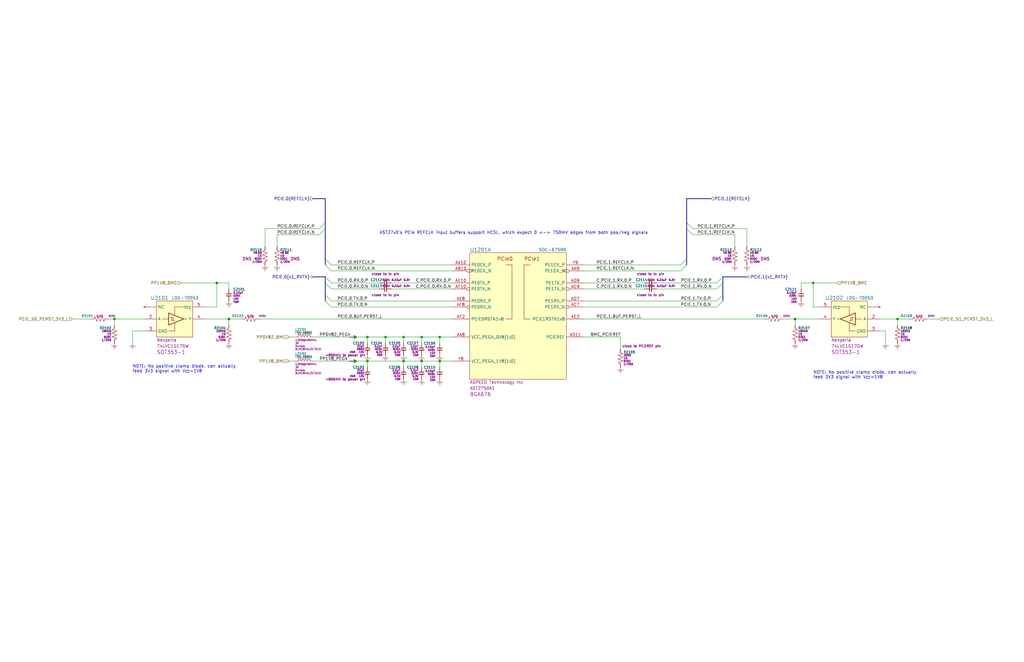
<source format=kicad_sch>
(kicad_sch (version 20231120) (generator "eeschema") (generator_version "8.0")
  (paper "B")
  (title_block (title "${PROJ}") (rev "${REV}") (company "${RPN}") (comment 1 "PCIe"))
  (lib_symbols
    (symbol "Capacitors, ceramic, Murata:CCM-610AA" (pin_numbers hide) (pin_names (offset 0) hide)
      (property "Reference" "C" (at 1.27 2.54 0))
      (property "val" "0.10µF" (at 1.27 1.27 0))
      (property "pkg" "0201" (at 1.27 0 0))
      (property "volt" "10V" (at 1.27 -1.27 0))
      (property "type" "X5R" (at 1.27 -2.54 0))
      (symbol "CCM-610AA_1_1"
        (pin passive line (at 0 2.54 270) (length 2.032) (name "~") (number "1"))
        (pin passive line (at 0 -2.54 90) (length 2.032) (name "~") (number "2"))
      )
    )
    (symbol "Capacitors, ceramic, Murata:CCM-622AA" (pin_numbers hide) (pin_names (offset 0) hide)
      (property "Reference" "C" (at 1.27 2.54 0))
      (property "val" "0.22µF" (at 1.27 1.27 0))
      (property "pkg" "0201" (at 1.27 0 0))
      (property "volt" "6.3V" (at 1.27 -1.27 0))
      (property "type" "X5R" (at 1.27 -2.54 0))
      (symbol "CCM-622AA_1_1"
        (pin passive line (at 0 2.54 270) (length 2.032) (name "~") (number "1"))
        (pin passive line (at 0 -2.54 90) (length 2.032) (name "~") (number "2"))
      )
    )
    (symbol "Capacitors, ceramic, Murata:CCM-722AA" (pin_numbers hide) (pin_names (offset 0) hide)
      (property "Reference" "C" (at 1.27 2.54 0))
      (property "val" "2.2µF" (at 1.27 1.27 0))
      (property "pkg" "0201" (at 1.27 0 0))
      (property "volt" "6.3V" (at 1.27 -1.27 0))
      (property "type" "X5R" (at 1.27 -2.54 0))
      (symbol "CCM-722AA_1_1"
        (pin passive line (at 0 2.54 270) (length 2.032) (name "~") (number "1"))
        (pin passive line (at 0 -2.54 90) (length 2.032) (name "~") (number "2"))
      )
    )
    (symbol "Capacitors, ceramic, Murata:CCM-822CC" (pin_numbers hide) (pin_names (offset 0) hide)
      (property "Reference" "C" (at 1.27 2.54 0))
      (property "val" "22µF" (at 1.27 1.27 0))
      (property "pkg" "0603" (at 1.27 0 0))
      (property "volt" "10V" (at 1.27 -1.27 0))
      (property "type" "X5R" (at 1.27 -2.54 0))
      (symbol "CCM-822CC_1_1"
        (pin passive line (at 0 2.54 270) (length 2.032) (name "~") (number "1"))
        (pin passive line (at 0 -2.54 90) (length 2.032) (name "~") (number "2"))
      )
    )
    (symbol "Inductors:FRB-68805" (pin_numbers hide) (pin_names (offset 1.016) hide)
      (property "Reference" "L" (at -3.81 3.175 0))
      (property "Value" "FRB-68805" (at -3.81 1.905 0))
      (property "imp" "120Ω@100MHz" (at -3.81 -1.27 0))
      (property "mfr" "Murata" (at -3.81 -3.81 0))
      (property "mpn" "BLM18KG121TN1D" (at -3.81 -5.08 0))
      (property "Imax" "3A" (at -3.81 -2.54 0))
      (symbol "FRB-68805_1_1"
        (pin passive line (at -3.81 0 0) (length 1.27) (name "1") (number "1"))
        (pin passive line (at 3.81 0 180) (length 1.27) (name "2") (number "2"))
      )
    )
    (symbol "Logics:LOG-70053"
      (property "Reference" "U" (at -7.62 8.89 0))
      (property "Value" "LOG-70053" (at 7.62 8.89 0))
      (property "mfr" "Nexperia" (at -7.62 -8.89 0))
      (property "mpn" "74LVC1G17GW" (at -7.62 -11.43 0))
      (property "pkg" "SOT353-1" (at -7.62 -13.97 0))
      (symbol "LOG-70053_1_1"
        (pin no_connect line (at -12.7 5.08 0) (length 5.08) (name "NC") (number "1"))
        (pin input line (at -12.7 0 0) (length 5.08) (name "A") (number "2"))
        (pin power_in line (at -12.7 -5.08 0) (length 5.08) (name "GND") (number "3"))
        (pin output line (at 12.7 0 180) (length 5.08) (name "Y") (number "4"))
        (pin power_in line (at 12.7 5.08 180) (length 5.08) (name "V_{CC}") (number "5"))
      )
      (symbol "LOG-70053_1_2"
        (pin no_connect line (at -3.81 0 0) (length 0) hide (name "NC") (number "1"))
        (pin input line (at -5.08 0 0) (length 2.54) (name "A") (number "2"))
        (pin power_in line (at 0 -5.08 90) (length 3.81) (name "GND") (number "3"))
        (pin output line (at 5.08 0 180) (length 2.54) (name "Y") (number "4"))
        (pin power_in line (at 0 5.08 270) (length 3.81) (name "V_{CC}") (number "5"))
      )
    )
    (symbol "Power:GND" (power) (pin_names (offset 0)) (in_bom no) (on_board no)
      (symbol "GND_1_1"
        (pin power_in line (at 0 0 270) (length 0) hide (name "GND") (number "1"))
      )
    )
    (symbol "Power:PWR_FLAG" (power) (pin_numbers hide) (pin_names (offset 0) hide) (in_bom no) (on_board no)
      (symbol "PWR_FLAG_0_0"
        (pin power_out line (at 0 0 180) (length 0) (name "pwr") (number "1"))
      )
    )
    (symbol "Resistors:RES-0000A" (pin_numbers hide) (pin_names (offset 0) hide)
      (property "Reference" "R" (at 1.27 2.54 0))
      (property "val" "0.0Ω" (at 1.27 1.27 0))
      (property "tol" "<50mΩ" (at 1.27 0 0))
      (property "pkg" "0201" (at 1.27 -1.27 0))
      (property "pwr" "0.5A" (at 1.27 -2.54 0))
      (symbol "RES-0000A_1_1"
        (pin passive line (at 0 3.81 270) (length 1.27) (name "~") (number "1"))
        (pin passive line (at 0 -3.81 90) (length 1.27) (name "~") (number "2"))
      )
    )
    (symbol "Resistors:RES-2499A" (pin_numbers hide) (pin_names (offset 0) hide)
      (property "Reference" "R" (at 1.27 2.54 0))
      (property "val" "49.9Ω" (at 1.27 1.27 0))
      (property "tol" "1%" (at 1.27 0 0))
      (property "pkg" "0201" (at 1.27 -1.27 0))
      (property "pwr" "1/20W" (at 1.27 -2.54 0))
      (symbol "RES-2499A_1_1"
        (pin passive line (at 0 3.81 270) (length 1.27) (name "~") (number "1"))
        (pin passive line (at 0 -3.81 90) (length 1.27) (name "~") (number "2"))
      )
    )
    (symbol "Resistors:RES-3200A" (pin_numbers hide) (pin_names (offset 0) hide)
      (property "Reference" "R" (at 1.27 2.54 0))
      (property "val" "200Ω" (at 1.27 1.27 0))
      (property "tol" "1%" (at 1.27 0 0))
      (property "pkg" "0201" (at 1.27 -1.27 0))
      (property "pwr" "1/20W" (at 1.27 -2.54 0))
      (symbol "RES-3200A_1_1"
        (pin passive line (at 0 3.81 270) (length 1.27) (name "~") (number "1"))
        (pin passive line (at 0 -3.81 90) (length 1.27) (name "~") (number "2"))
      )
    )
    (symbol "Resistors:RES-6100A" (pin_numbers hide) (pin_names (offset 0) hide)
      (property "Reference" "R" (at 1.27 2.54 0))
      (property "val" "100KΩ" (at 1.27 1.27 0))
      (property "tol" "1%" (at 1.27 0 0))
      (property "pkg" "0201" (at 1.27 -1.27 0))
      (property "pwr" "1/20W" (at 1.27 -2.54 0))
      (symbol "RES-6100A_1_1"
        (pin passive line (at 0 3.81 270) (length 1.27) (name "~") (number "1"))
        (pin passive line (at 0 -3.81 90) (length 1.27) (name "~") (number "2"))
      )
    )
    (symbol "SoCs, non-Rivos:SOC-67599"
      (property "Reference" "U" (at -17.78 57.15 0))
      (property "Value" "SOC-67599" (at 17.78 57.15 0))
      (property "mfr" "ASPEED Technology Inc" (at -17.78 -58.42 0))
      (property "mpn" "AST2750A1" (at -17.78 -60.96 0))
      (property "pkg" "BGA676" (at -17.78 -63.5 0))
      (symbol "SOC-67599_1_1"
        (text "PCIe0" (at -8.89 22.86 0) (effects (font (size 1.524 1.524)) (justify left)))
        (text "PCIe1" (at 2.54 22.86 0) (effects (font (size 1.524 1.524)) (justify left)))
        (pin input line (at -27.94 20.32 0) (length 7.62) (name "PE0CK_P") (number "AA10"))
        (pin passive line (at -27.94 -20.32 0) (length 7.62) hide (name "VCC_PEG4_1V8[1:0]") (number "AA7"))
        (pin power_in line (at -27.94 -10.16 0) (length 7.62) (name "VCC_PEG4_0V8[1:0]") (number "AA8"))
        (pin input inverted_clock (at 27.94 17.78 180) (length 7.62) (name "PE1CK_N") (number "AA9"))
        (pin input inverted_clock (at -27.94 17.78 0) (length 7.62) (name "PE0CK_N") (number "AB10"))
        (pin passive line (at -27.94 -10.16 0) (length 7.62) hide (name "VCC_PEG4_0V8[1:0]") (number "AB8"))
        (pin input inverted (at 27.94 2.54 180) (length 7.62) (name "PE1RX_N") (number "AC7"))
        (pin output inverted (at 27.94 10.16 180) (length 7.62) (name "PE1TX_N") (number "AC9"))
        (pin input line (at 27.94 -10.16 180) (length 7.62) (name "PCIEREF") (number "AD11"))
        (pin input line (at 27.94 5.08 180) (length 7.62) (name "PE1RX_P") (number "AD7"))
        (pin output line (at 27.94 12.7 180) (length 7.62) (name "PE1TX_P") (number "AD9"))
        (pin output line (at -27.94 12.7 0) (length 7.62) (name "PE0TX_P") (number "AE10"))
        (pin bidirectional line (at 27.94 -2.54 180) (length 7.62) (name "PCIE1RSTN1v8") (number "AE3"))
        (pin input line (at -27.94 5.08 0) (length 7.62) (name "PE0RX_P") (number "AE8"))
        (pin output inverted (at -27.94 10.16 0) (length 7.62) (name "PE0TX_N") (number "AF10"))
        (pin bidirectional line (at -27.94 -2.54 0) (length 7.62) (name "PCIE0RSTN1v8") (number "AF2"))
        (pin input inverted (at -27.94 2.54 0) (length 7.62) (name "PE0RX_N") (number "AF8"))
        (pin power_in line (at -27.94 -20.32 0) (length 7.62) (name "VCC_PEG4_1V8[1:0]") (number "Y8"))
        (pin input line (at 27.94 20.32 180) (length 7.62) (name "PE1CK_P") (number "Y9"))
      )
      (symbol "SOC-67599_2_1"
        (text "DP HBR" (at 0 11.43 0) (effects (font (size 1.524 1.524))))
        (pin input line (at 27.94 -8.89 180) (length 7.62) (name "DPHPD1v8") (number "AA6"))
        (pin power_in line (at -27.94 -8.89 0) (length 7.62) (name "VCC_DP_VCC12A_1V2") (number "AB5"))
        (pin power_in line (at -27.94 1.27 0) (length 7.62) (name "VCC_DP_VCC18A_1V8") (number "AB6"))
        (pin bidirectional inverted (at -27.94 6.35 0) (length 7.62) (name "DPAUX_N") (number "AC5"))
        (pin bidirectional line (at -27.94 8.89 0) (length 7.62) (name "DPAUX_P") (number "AD5"))
        (pin output inverted (at 27.94 -1.27 180) (length 7.62) (name "DPMLTX1_N") (number "AE5"))
        (pin output inverted (at 27.94 6.35 180) (length 7.62) (name "DPMLTX0_N") (number "AE6"))
        (pin output line (at 27.94 1.27 180) (length 7.62) (name "DPMLTX1_P") (number "AF5"))
        (pin output line (at 27.94 8.89 180) (length 7.62) (name "DPMLTX0_P") (number "AF6"))
      )
      (symbol "SOC-67599_3_1"
        (text "DDR4/DDR5" (at 0 53.34 0) (effects (font (size 1.524 1.524))))
        (pin output line (at 25.4 43.18 180) (length 7.62) (name "DDR5CK_P") (number "AA1"))
        (pin output inverted_clock (at 25.4 40.64 180) (length 7.62) (name "DDR5CK_N") (number "AA2"))
        (pin bidirectional line (at 25.4 -5.08 180) (length 7.62) (name "DDR4CA10") (number "AA4"))
        (pin output inverted_clock (at 25.4 48.26 180) (length 7.62) (name "DDR4CK_N") (number "AB1"))
        (pin output line (at 25.4 50.8 180) (length 7.62) (name "DDR4CK_P") (number "AB2"))
        (pin bidirectional line (at 25.4 35.56 180) (length 7.62) (name "DDR4BA0") (number "AB3"))
        (pin bidirectional line (at 25.4 33.02 180) (length 7.62) (name "DDR4BA1") (number "AC1"))
        (pin output output_low (at 25.4 -22.86 180) (length 7.62) (name "DDR4CASN") (number "AC3"))
        (pin bidirectional line (at 25.4 -12.7 180) (length 7.62) (name "DDR4CA13") (number "AD1"))
        (pin output output_low (at 25.4 -27.94 180) (length 7.62) (name "DDR4RASN") (number "AD2"))
        (pin output output_low (at 25.4 -40.64 180) (length 7.62) (name "DDR4CSN") (number "AD3"))
        (pin output output_low (at 25.4 -25.4 180) (length 7.62) (name "DDR4WEN") (number "AE1"))
        (pin output line (at 25.4 -45.72 180) (length 7.62) (name "DDR_ODT") (number "AE2"))
        (pin bidirectional inverted (at -25.4 33.02 0) (length 7.62) (name "DDRDQS0_N") (number "G1"))
        (pin bidirectional line (at -25.4 35.56 0) (length 7.62) (name "DDRDQS0_P") (number "G2"))
        (pin bidirectional line (at -25.4 22.86 0) (length 7.62) (name "DDRDQ0") (number "G3"))
        (pin bidirectional line (at -25.4 15.24 0) (length 7.62) (name "DDRDQ3") (number "H3"))
        (pin bidirectional line (at -25.4 20.32 0) (length 7.62) (name "DDRDQ1") (number "H4"))
        (pin bidirectional line (at -25.4 7.62 0) (length 7.62) (name "DDRDQ6") (number "J1"))
        (pin output line (at -25.4 27.94 0) (length 7.62) (name "DDRDM0") (number "J2"))
        (pin bidirectional line (at -25.4 12.7 0) (length 7.62) (name "DDRDQ4") (number "J3"))
        (pin bidirectional line (at -25.4 17.78 0) (length 7.62) (name "DDRDQ2") (number "J4"))
        (pin bidirectional line (at -25.4 5.08 0) (length 7.62) (name "DDRDQ7") (number "K2"))
        (pin bidirectional line (at -25.4 10.16 0) (length 7.62) (name "DDRDQ5") (number "K3"))
        (pin bidirectional line (at -25.4 -12.7 0) (length 7.62) (name "DDRDQ8") (number "L3"))
        (pin bidirectional inverted (at -25.4 -2.54 0) (length 7.62) (name "DDRDQS1_N") (number "M1"))
        (pin bidirectional line (at -25.4 0 0) (length 7.62) (name "DDRDQS1_P") (number "M2"))
        (pin bidirectional line (at -25.4 -15.24 0) (length 7.62) (name "DDRDQ9") (number "M3"))
        (pin bidirectional line (at -25.4 -20.32 0) (length 7.62) (name "DDRDQ11") (number "M4"))
        (pin bidirectional line (at -25.4 -25.4 0) (length 7.62) (name "DDRDQ13") (number "N1"))
        (pin bidirectional line (at -25.4 -17.78 0) (length 7.62) (name "DDRDQ10") (number "N2"))
        (pin output line (at -25.4 -7.62 0) (length 7.62) (name "DDRDM1") (number "N3"))
        (pin bidirectional line (at -25.4 -30.48 0) (length 7.62) (name "DDRDQ15") (number "P1"))
        (pin bidirectional line (at -25.4 -27.94 0) (length 7.62) (name "DDRDQ14") (number "P3"))
        (pin bidirectional line (at -25.4 -22.86 0) (length 7.62) (name "DDRDQ12") (number "P4"))
        (pin bidirectional line (at 25.4 -17.78 180) (length 7.62) (name "DDR4CKE_DDR5CSN") (number "R2"))
        (pin output output_low (at 25.4 -38.1 180) (length 7.62) (name "DDR4ACTN_DDR5CA2") (number "R3"))
        (pin bidirectional line (at 25.4 25.4 180) (length 7.62) (name "DDR4BG1_DDR5CA1") (number "R4"))
        (pin bidirectional line (at 25.4 2.54 180) (length 7.62) (name "DDR4CA7_DDR5CA6") (number "T1"))
        (pin bidirectional line (at 25.4 27.94 180) (length 7.62) (name "DDR4BG0_DDR5CA0") (number "T2"))
        (pin open_collector line (at 25.4 -33.02 180) (length 7.62) (name "DDR_ALERTN") (number "T4"))
        (pin bidirectional line (at 25.4 -2.54 180) (length 7.62) (name "DDR4CA9_DDR5CA3") (number "U1"))
        (pin bidirectional line (at 25.4 -10.16 180) (length 7.62) (name "DDR4CA12_DDR5CA4") (number "U2"))
        (pin bidirectional line (at 25.4 -7.62 180) (length 7.62) (name "DDR4CA11_DDR5CA5") (number "U3"))
        (pin bidirectional line (at 25.4 5.08 180) (length 7.62) (name "DDR4CA6_DDR5CA8") (number "U4"))
        (pin bidirectional line (at 25.4 0 180) (length 7.62) (name "DDR4CA8_DDR5CA7") (number "V1"))
        (pin bidirectional line (at 25.4 10.16 180) (length 7.62) (name "DDR4CA4_DDR5CA10") (number "V3"))
        (pin bidirectional line (at 25.4 15.24 180) (length 7.62) (name "DDR4CA2_DDR5CA12") (number "V4"))
        (pin output line (at -25.4 -48.26 0) (length 7.62) (name "DDRATO") (number "V5"))
        (pin bidirectional line (at 25.4 12.7 180) (length 7.62) (name "DDR4CA3_DDR5CA11") (number "W1"))
        (pin bidirectional line (at 25.4 7.62 180) (length 7.62) (name "DDR4CA5_DDR5CA9") (number "W2"))
        (pin bidirectional line (at 25.4 20.32 180) (length 7.62) (name "DDR4CA0") (number "W3"))
        (pin input line (at 25.4 -50.8 180) (length 7.62) (name "DDR_ZN") (number "W4"))
        (pin bidirectional line (at 25.4 17.78 180) (length 7.62) (name "DDR4CA1_DDR5CA13") (number "Y1"))
        (pin output output_low (at 25.4 -35.56 180) (length 7.62) (name "DDRRESETN") (number "Y2"))
        (pin output line (at -25.4 -50.8 0) (length 7.62) (name "DDRDTO") (number "Y3"))
      )
      (symbol "SOC-67599_4_1"
        (text "UFS 2.1" (at 0 13.97 0) (effects (font (size 1.524 1.524))))
        (pin output line (at 27.94 11.43 180) (length 7.62) (name "UFSTX0_P") (number "A2"))
        (pin input line (at 27.94 -8.89 180) (length 7.62) (name "UFSRX1_P") (number "B1"))
        (pin output inverted (at 27.94 8.89 180) (length 7.62) (name "UFSTX0_N") (number "B2"))
        (pin input inverted (at 27.94 -11.43 180) (length 7.62) (name "UFSRX1_N") (number "C1"))
        (pin output line (at 27.94 6.35 180) (length 7.62) (name "UFSTX1_P") (number "C2"))
        (pin input line (at 27.94 -3.81 180) (length 7.62) (name "UFSRX0_P") (number "D1"))
        (pin output inverted (at 27.94 3.81 180) (length 7.62) (name "UFSTX1_N") (number "D2"))
        (pin input inverted (at 27.94 -6.35 180) (length 7.62) (name "UFSRX0_N") (number "E1"))
        (pin output clock (at -27.94 11.43 0) (length 7.62) (name "UFSREFCK1v2") (number "E2"))
        (pin output output_low (at -27.94 6.35 0) (length 7.62) (name "UFSRSTN1v2") (number "F2"))
        (pin power_in line (at -27.94 -11.43 0) (length 7.62) (name "VCC_UFS_0V8") (number "K7"))
        (pin power_in line (at -27.94 -1.27 0) (length 7.62) (name "VCC_UFS_1V8") (number "L8"))
      )
      (symbol "SOC-67599_5_1"
        (text "USB2C supports USB-to-UART\n(access to UART11 and UART12)" (at -5.08 16.51 0) (effects (font (size 1 1)) (justify left)))
        (text "USB3.1 Gen2" (at 0 39.37 0) (effects (font (size 1.524 1.524))))
        (pin output inverted (at -27.94 34.29 0) (length 7.62) (name "USB3ATX_N") (number "A3"))
        (pin bidirectional line (at 27.94 29.21 180) (length 7.62) (name "USB2B_P") (number "A4"))
        (pin input inverted (at -27.94 11.43 0) (length 7.62) (name "USB3BRX_N") (number "A5"))
        (pin output line (at -27.94 36.83 0) (length 7.62) (name "USB3ATX_P") (number "B3"))
        (pin bidirectional inverted (at 27.94 26.67 180) (length 7.62) (name "USB2B_N") (number "B4"))
        (pin input line (at -27.94 13.97 0) (length 7.62) (name "USB3BRX_P") (number "B5"))
        (pin bidirectional line (at 27.94 36.83 180) (length 7.62) (name "USB2A_P") (number "C3"))
        (pin input line (at -27.94 29.21 0) (length 7.62) (name "USB3ARX_P") (number "C5"))
        (pin bidirectional inverted (at 27.94 34.29 180) (length 7.62) (name "USB2A_N") (number "D3"))
        (pin input inverted (at -27.94 26.67 0) (length 7.62) (name "USB3ARX_N") (number "D5"))
        (pin input line (at 27.94 -31.75 180) (length 7.62) (name "USB2ATXRTUNE") (number "E3"))
        (pin input line (at -27.94 -31.75 0) (length 7.62) (name "USB3RESREF") (number "E4"))
        (pin output line (at -27.94 21.59 0) (length 7.62) (name "USB3BTX_P") (number "E6"))
        (pin input line (at 27.94 -36.83 180) (length 7.62) (name "USB2BTXRTUNE") (number "F5"))
        (pin output inverted (at -27.94 19.05 0) (length 7.62) (name "USB3BTX_N") (number "F6"))
        (pin power_in line (at 27.94 3.81 180) (length 7.62) (name "VCCA_USB2C_3V3") (number "G15"))
        (pin input clock (at -27.94 6.35 0) (length 7.62) (name "USB25CK_P") (number "G6"))
        (pin bidirectional line (at 27.94 21.59 180) (length 7.62) (name "USB2C_P") (number "H15"))
        (pin input inverted_clock (at -27.94 3.81 0) (length 7.62) (name "USB25CK_N") (number "H6"))
        (pin bidirectional inverted (at 27.94 19.05 180) (length 7.62) (name "USB2C_N") (number "J15"))
        (pin power_in line (at 27.94 6.35 180) (length 7.62) (name "VCC_USB2_3V3") (number "J7"))
        (pin power_in line (at -27.94 -8.89 0) (length 7.62) (name "VCC_USB3_1V8[1:0]") (number "K10"))
        (pin power_in line (at 27.94 -19.05 180) (length 7.62) (name "VCC_USB2_0V8") (number "K11"))
        (pin power_in line (at 27.94 1.27 180) (length 7.62) (name "VCCA_USB2D_3V3") (number "K14"))
        (pin bidirectional line (at 27.94 13.97 180) (length 7.62) (name "USB2D_P") (number "K15"))
        (pin power_in line (at -27.94 -19.05 0) (length 7.62) (name "VCC_USB3_0V8[1:0]") (number "K9"))
        (pin passive line (at -27.94 -8.89 0) (length 7.62) hide (name "VCC_USB3_1V8[1:0]") (number "L10"))
        (pin power_in line (at 27.94 -8.89 180) (length 7.62) (name "VCC_USB2_1V8") (number "L11"))
        (pin bidirectional inverted (at 27.94 11.43 180) (length 7.62) (name "USB2D_N") (number "L15"))
        (pin passive line (at -27.94 -19.05 0) (length 7.62) hide (name "VCC_USB3_0V8[1:0]") (number "L9"))
      )
      (symbol "SOC-67599_6_1"
        (text "eMMC" (at -5.08 36.83 0) (effects (font (size 1.524 1.524))))
        (text "JTAG0 (M/S)" (at 7.62 29.21 0) (effects (font (size 1.524 1.524)) (justify left)))
        (text "JTAG1 (M)" (at 1.27 12.7 0) (effects (font (size 1.524 1.524)) (justify left)))
        (text "LTPI1 Rx" (at 10.16 -24.13 0) (effects (font (size 1.524 1.524)) (justify left)))
        (text "LTPI1 Tx" (at 10.16 -8.89 0) (effects (font (size 1.524 1.524)) (justify left)))
        (text "LTPI2 Rx" (at -10.16 -24.13 0) (effects (font (size 1.524 1.524)) (justify right)))
        (text "LTPI2 Tx" (at -10.16 -8.89 0) (effects (font (size 1.524 1.524)) (justify right)))
        (pin input line (at 45.72 29.21 180) (length 7.62) (name "TMS01v8") (number "AA5"))
        (pin bidirectional line (at -45.72 21.59 0) (length 7.62) (name "EMMCDAT3_GPIO18A5") (number "AB13"))
        (pin input input_low (at -45.72 1.27 0) (length 7.62) (name "EMMCCDN_VB0CSN_GPIO18A6") (number "AB14"))
        (pin bidirectional line (at -45.72 13.97 0) (length 7.62) (name "EMMCDAT5_VB0MISO_GPIO18B1_UFSCLKI") (number "AC13"))
        (pin output clock (at -45.72 34.29 0) (length 7.62) (name "EMMCCLK_VB1CSN_GPIO18A0") (number "AC14"))
        (pin input inverted (at 45.72 -29.21 180) (length 7.62) (name "LTPI1RX_N") (number "AC21"))
        (pin output line (at 45.72 -11.43 180) (length 7.62) (name "LTPI1TX_P") (number "AC23"))
        (pin bidirectional line (at -45.72 11.43 0) (length 7.62) (name "EMMCDAT6_DDCCLK_GPIO18B2") (number "AD13"))
        (pin bidirectional line (at -45.72 29.21 0) (length 7.62) (name "EMMCDAT0_VB1MOSI_GPIO18A2") (number "AD14"))
        (pin input line (at 45.72 -26.67 180) (length 7.62) (name "LTPI1RX_P") (number "AD21"))
        (pin output inverted (at 45.72 -13.97 180) (length 7.62) (name "LTPI1TX_N") (number "AD23"))
        (pin input input_low (at 45.72 34.29 180) (length 7.62) (name "NTRST01v8") (number "AD4"))
        (pin bidirectional line (at -45.72 8.89 0) (length 7.62) (name "EMMCDAT7_DDCDAT_GPIO18B3") (number "AE13"))
        (pin bidirectional line (at -45.72 26.67 0) (length 7.62) (name "EMMCDAT1_VB1MISO_GPIO18A3") (number "AE14"))
        (pin bidirectional line (at -45.72 3.81 0) (length 7.62) (name "EMMCCMD_VB1CK_GPIO18A1") (number "AE15"))
        (pin input inverted_clock (at 45.72 -21.59 180) (length 7.62) (name "LTPI1RXCK_N") (number "AE22"))
        (pin output inverted (at 45.72 -6.35 180) (length 7.62) (name "LTPI1TXCK_N") (number "AE24"))
        (pin input line (at 45.72 24.13 180) (length 7.62) (name "TDI01v8") (number "AE4"))
        (pin bidirectional line (at -45.72 16.51 0) (length 7.62) (name "EMMCDAT4_VB0MOSI_GPIO18B0") (number "AF13"))
        (pin bidirectional line (at -45.72 24.13 0) (length 7.62) (name "EMMCDAT2_GPIO18A4") (number "AF14"))
        (pin input clock (at 45.72 -19.05 180) (length 7.62) (name "LTPI1RXCK_P") (number "AF22"))
        (pin output line (at 45.72 -3.81 180) (length 7.62) (name "LTPI1TXCK_P") (number "AF24"))
        (pin input clock (at 45.72 31.75 180) (length 7.62) (name "TCK01v8") (number "AF3"))
        (pin output line (at 45.72 26.67 180) (length 7.62) (name "TDO01v8") (number "AF4"))
        (pin output output_low (at 45.72 19.05 180) (length 7.62) (name "GPIOQ2_MNTRST13v3") (number "D12"))
        (pin output line (at 45.72 13.97 180) (length 7.62) (name "GPIOQ4_MTMS13v3") (number "E11"))
        (pin output line (at 45.72 16.51 180) (length 7.62) (name "GPIOQ3_MTCK13v3") (number "F10"))
        (pin output line (at 45.72 11.43 180) (length 7.62) (name "GPIOQ5_MTDI13v3") (number "F11"))
        (pin input line (at 45.72 8.89 180) (length 7.62) (name "GPIOQ6_MTDO13v3") (number "F13"))
        (pin power_in line (at 45.72 3.81 180) (length 7.62) (name "VCC_BMC_3V3[3:0]") (number "G13"))
        (pin power_in line (at -45.72 -34.29 0) (length 7.62) (name "VCC_LTPIIO2_1V8[1:0]") (number "P19"))
        (pin power_in line (at 45.72 -34.29 180) (length 7.62) (name "VCC_LTPIIO_1V8[1:0]") (number "P20"))
        (pin passive line (at 45.72 -34.29 180) (length 7.62) hide (name "VCC_LTPIIO_1V8[1:0]") (number "P21"))
        (pin passive line (at -45.72 -34.29 0) (length 7.62) hide (name "VCC_LTPIIO2_1V8[1:0]") (number "R20"))
        (pin output inverted (at -45.72 -6.35 0) (length 7.62) (name "LTPI2TXCK_N") (number "T25"))
        (pin output line (at -45.72 -3.81 0) (length 7.62) (name "LTPI2TXCK_P") (number "T26"))
        (pin output inverted (at -45.72 -13.97 0) (length 7.62) (name "LTPI2TX_N") (number "U23"))
        (pin output line (at -45.72 -11.43 0) (length 7.62) (name "LTPI2TX_P") (number "U24"))
        (pin input inverted_clock (at -45.72 -21.59 0) (length 7.62) (name "LTPI2RXCK_N") (number "V25"))
        (pin input clock (at -45.72 -19.05 0) (length 7.62) (name "LTPI2RXCK_P") (number "V26"))
        (pin input inverted (at -45.72 -29.21 0) (length 7.62) (name "LTPI2RX_N") (number "W23"))
        (pin input line (at -45.72 -26.67 0) (length 7.62) (name "LTPI2RX_P") (number "W24"))
      )
      (symbol "SOC-67599_7_1"
        (text "eSPI0/1" (at 0 13.97 0) (effects (font (size 1.524 1.524))))
        (pin input input_low (at -58.42 3.81 0) (length 7.62) (name "ESPI0CSN_L0FRAMEN_GPIOM5") (number "B13"))
        (pin bidirectional line (at -58.42 -6.35 0) (length 7.62) (name "ESPI0D3_L0AD3_GPIOM3") (number "B14"))
        (pin bidirectional line (at -58.42 -3.81 0) (length 7.62) (name "ESPI0D2_L0AD2_GPIOM2") (number "B15"))
        (pin bidirectional line (at -58.42 1.27 0) (length 7.62) (name "ESPI0D0_L0AD0_GPIOM0") (number "B16"))
        (pin open_collector line (at 58.42 6.35 180) (length 7.62) (name "ESPI1ALTN_L1SIRQN_SD0CMD_GPIOA2_SDA3_VPIVS") (number "C11"))
        (pin bidirectional line (at 58.42 -3.81 180) (length 7.62) (name "ESPI1D2_L1AD2_SD0DAT2_GPIOA6_SDA2") (number "C12"))
        (pin bidirectional line (at 58.42 -6.35 180) (length 7.62) (name "ESPI1D3_L1AD3_SD0DAT3_GPIOA7_SCL3") (number "C13"))
        (pin input input_low (at 58.42 8.89 180) (length 7.62) (name "ESPI1RSTN_LPC1RSTN_SD0CDN_GPIOA1_SCL1_VPIHS") (number "C14"))
        (pin input input_low (at -58.42 8.89 0) (length 7.62) (name "ESPI0RSTN_LPC0RSTN_GPIOM7") (number "C15"))
        (pin input clock (at 58.42 11.43 180) (length 7.62) (name "ESPI1CK_L1CLK_SD0CLK_GPIOA0_SCL0_VPICLK") (number "C16"))
        (pin input clock (at -58.42 11.43 0) (length 7.62) (name "ESPI0CK_L0CLK_OSCCLK_GPIOM4") (number "C17"))
        (pin bidirectional line (at 58.42 -1.27 180) (length 7.62) (name "ESPI1D1_L1AD1_SD0DAT1_GPIOA5_SCL2_VPIR1") (number "D10"))
        (pin bidirectional line (at -58.42 -1.27 0) (length 7.62) (name "ESPI0D1_L0AD1_GPIOM1") (number "D14"))
        (pin input input_low (at 58.42 3.81 180) (length 7.62) (name "ESPI1CSN_L1FRAMEN_SD0WPN_GPIOA3_SDA0_VPIDE") (number "D9"))
        (pin open_collector line (at -58.42 6.35 0) (length 7.62) (name "ESPI0ALTN_L0SIRQN_GPIOM6") (number "E14"))
        (pin bidirectional line (at 58.42 1.27 180) (length 7.62) (name "ESPI1D0_L1AD0_SD0DAT0_GPIOA4_SDA1_VPIR0") (number "F14"))
        (pin power_in line (at 58.42 -11.43 180) (length 7.62) (name "VCC_ESPI1_1V8_3V3") (number "G17"))
        (pin power_in line (at -58.42 -11.43 0) (length 7.62) (name "VCC_ESPI0_1V8_3V3") (number "G18"))
      )
      (symbol "SOC-67599_8_1"
        (text "AST27x0A1: BOOT_FROM_UART strap at pin W16\n0: Disable (int. pulldown)\n1: Enable (ext. pullup required)" (at -29.21 -17.78 0) (effects (font (size 1 1)) (justify left)))
        (text "AST27x0A1: HeartBeat LED function strap at pin AC16\n0: Enable (int. pulldown)\n1: Disable (ext. pullup required)" (at -36.83 12.7 0) (effects (font (size 1 1)) (justify left)))
        (text "AST27x0A1: LTPI CRC mode sel. strap at pin AA14\n0: CRC option 1 (int. pulldown)\n1: CRC option 2" (at -29.21 -11.43 0) (effects (font (size 1 1)) (justify left)))
        (text "Debug / Boot from UART" (at -6.35 -26.67 0) (effects (font (size 1.524 1.524)) (justify left)))
        (text "UART / GPIO" (at -1.27 33.02 0) (effects (font (size 1.524 1.524))))
        (pin bidirectional line (at -52.07 -7.62 0) (length 7.62) (name "GPIOF5_NRTS1") (number "AA14"))
        (pin bidirectional line (at -52.07 5.08 0) (length 7.62) (name "GPIOF0_NCTS1_SIOONCTRLN1_HPM1GPO0") (number "AA15"))
        (pin bidirectional line (at -52.07 27.94 0) (length 7.62) (name "GPIOE1_NDCD0_SIOPBIN1") (number "AA16"))
        (pin bidirectional line (at 52.07 20.32 180) (length 7.62) (name "GPIOG3_RXD3_WDTRST1N_PWM9_SDA12_SM1CLKI") (number "AA17"))
        (pin bidirectional line (at -52.07 2.54 0) (length 7.62) (name "GPIOF1_NDCD1_SIOPWRGD1_HPM1GPO1") (number "AB15"))
        (pin bidirectional line (at -52.07 17.78 0) (length 7.62) (name "GPIOE5_NRTS0_SIOPWREQN1") (number "AB16"))
        (pin output line (at 52.07 7.62 180) (length 7.62) (name "TXD5_GPIOG4_WDTRST2N_PWM10_SCL13_SM1MOSII") (number "AB17"))
        (pin bidirectional line (at 52.07 30.48 180) (length 7.62) (name "GPIOG0_TXD2") (number "AB18"))
        (pin bidirectional line (at -52.07 0 0) (length 7.62) (name "GPIOF2_NDSR1_SALT2") (number "AC15"))
        (pin output line (at -52.07 15.24 0) (length 7.62) (name "TXD0") (number "AC16"))
        (pin bidirectional line (at 52.07 0 180) (length 7.62) (name "GPIOG6_TXD6_PWM12_SALT0_SCL14_SM1IO2I") (number "AC17"))
        (pin bidirectional line (at 52.07 27.94 180) (length 7.62) (name "GPIOG1_RXD2_SCL12") (number "AC18"))
        (pin output line (at 52.07 15.24 180) (length 7.62) (name "TXD41v8") (number "AD12"))
        (pin bidirectional line (at -52.07 -2.54 0) (length 7.62) (name "GPIOF3_NRI1_SALT3") (number "AD15"))
        (pin input line (at 52.07 5.08 180) (length 7.62) (name "RXD5_GPIOG5_WDTRST3N_PWM11_SDA13_SM1MISOI") (number "AD16"))
        (pin bidirectional line (at 52.07 -2.54 180) (length 7.62) (name "GPIOG7_RXD6_PWM13_SALT1_SDA14_SM1IO3I") (number "AD17"))
        (pin input line (at 52.07 12.7 180) (length 7.62) (name "RXD41v8") (number "AE12"))
        (pin bidirectional line (at 52.07 -5.08 180) (length 7.62) (name "GPIOH0_TXD7_PWM14_SCL15_SM1CS0NO") (number "AE16"))
        (pin bidirectional line (at 52.07 -7.62 180) (length 7.62) (name "GPIOH1_RXD7_PWM15_SDA15_SM1MUXSEL") (number "AE17"))
        (pin input line (at -52.07 12.7 0) (length 7.62) (name "RXD0") (number "AF16"))
        (pin bidirectional line (at -52.07 30.48 0) (length 7.62) (name "GPIOE0_NCTS0_SIOPBON1") (number "AF17"))
        (pin output line (at 52.07 -22.86 180) (length 7.62) (name "BMCUART_TXD12") (number "D11"))
        (pin input line (at 52.07 -25.4 180) (length 7.62) (name "BMCUART_RXD12") (number "D13"))
        (pin power_in line (at 52.07 -30.48 180) (length 7.62) (name "VCC_BMC_3V3[3:0]") (number "G14"))
        (pin power_in line (at 52.07 -12.7 180) (length 7.62) (name "VCC_PG2_1V8_3V3[1:0]") (number "H16"))
        (pin bidirectional line (at -52.07 20.32 0) (length 7.62) (name "GPIOE4_NDTR0_SIOS5N1") (number "J13"))
        (pin passive line (at 52.07 -12.7 180) (length 7.62) hide (name "VCC_PG2_1V8_3V3[1:0]") (number "J16"))
        (pin bidirectional line (at 52.07 22.86 180) (length 7.62) (name "GPIOG2_TXD3_WDTRST0N_PWM8_SM1CS0NI") (number "K13"))
        (pin power_in line (at -52.07 -22.86 0) (length 7.62) (name "VCC_SYSUART_1V8_3V3[1:0]") (number "K16"))
        (pin passive line (at -52.07 -22.86 0) (length 7.62) hide (name "VCC_SYSUART_1V8_3V3[1:0]") (number "L16"))
        (pin bidirectional line (at -52.07 -12.7 0) (length 7.62) (name "GPIOF7_RXD1") (number "V16"))
        (pin bidirectional line (at -52.07 22.86 0) (length 7.62) (name "GPIOE3_NRI0_SIOS3N1") (number "V17"))
        (pin bidirectional line (at -52.07 -10.16 0) (length 7.62) (name "GPIOF6_TXD1") (number "W16"))
        (pin bidirectional line (at -52.07 -5.08 0) (length 7.62) (name "GPIOF4_NDTR1_HPM1GPO2") (number "Y15"))
        (pin bidirectional line (at -52.07 25.4 0) (length 7.62) (name "GPIOE2_NDSR0_SIOSCIN1") (number "Y16"))
      )
      (symbol "SOC-67599_9_1"
        (text "MISC" (at 0 11.43 0) (effects (font (size 1.524 1.524))))
        (text "PECI" (at -1.27 -3.81 0) (effects (font (size 1.524 1.524)) (justify left)))
        (pin input input_low (at -33.02 3.81 0) (length 7.62) (name "SRSTN1v8") (number "AB11"))
        (pin input input_low (at -33.02 1.27 0) (length 7.62) (name "EXTRSTN1v8") (number "AB12"))
        (pin output output_low (at -33.02 -6.35 0) (length 7.62) (name "RSTIND1v8") (number "AB4"))
        (pin input line (at 33.02 8.89 180) (length 7.62) (name "ENTEST1v8") (number "AC11"))
        (pin input clock (at -33.02 8.89 0) (length 7.62) (name "CLKIN1v8") (number "AC12"))
        (pin bidirectional line (at 33.02 -1.27 180) (length 7.62) (name "PECI") (number "AD24"))
        (pin input input_low (at -33.02 -1.27 0) (length 7.62) (name "SSPRSTN1v8") (number "AF12"))
        (pin input input_low (at -33.02 -8.89 0) (length 7.62) (name "TSTRSTN") (number "AF15"))
        (pin power_in line (at 33.02 -6.35 180) (length 7.62) (name "VCC_PECIVDD_1V0") (number "L23"))
        (pin input input_low (at 33.02 3.81 180) (length 7.62) (name "CHASIN") (number "V15"))
      )
      (symbol "SOC-67599_10_1"
        (text "GPIO / TACH / PWM" (at 0 22.86 0) (effects (font (size 1.524 1.524))))
        (text "SCMGPO[11:0] will drive output 0 during power on until uboot \nconfiguration, make sure no harm to the peripherals connected." (at -49.53 -19.05 0) (effects (font (size 1 1)) (justify left)))
        (pin bidirectional line (at -58.42 17.78 0) (length 7.62) (name "GPIOB1_TACH1_THRUOUT0_SCMGPO1_VPIR3") (number "AA25"))
        (pin bidirectional line (at -58.42 15.24 0) (length 7.62) (name "GPIOB2_TACH2_THRUIN1_SCMGPO2_VPIR4") (number "AB23"))
        (pin bidirectional line (at 58.42 20.32 180) (length 7.62) (name "GPIOC2_TACH10_SALT12_NCTS6_SCMGPO10_VPIG4") (number "AB26"))
        (pin bidirectional line (at -58.42 20.32 0) (length 7.62) (name "GPIOB0_TACH0_THRUIN0_SCMGPO0_VPIR2") (number "AC26"))
        (pin bidirectional line (at 58.42 -15.24 180) (length 7.62) (name "GPIOD7_PWM7_SIOPWRGD0_SM0MUXSEL_HPM0GPO3") (number "AD22"))
        (pin bidirectional line (at 58.42 0 180) (length 7.62) (name "GPIOD1_PWM1_SIOPBIN0_SM0CLKI_HPM0GPI1_VPIB3") (number "AD25"))
        (pin bidirectional line (at 58.42 17.78 180) (length 7.62) (name "GPIOC3_TACH11_SALT13_NDCD6_SCMGPO11_VPIG5") (number "AD26"))
        (pin bidirectional line (at 58.42 -10.16 180) (length 7.62) (name "GPIOD5_PWM5_SIOPWREQN0_SM0IO3I_HPM0GPO1_VPIB7") (number "AE21"))
        (pin bidirectional line (at 58.42 -12.7 180) (length 7.62) (name "GPIOD6_PWM6_SIOONCTRLN0_SM0CS0NO_HPM0GPO2") (number "AE23"))
        (pin bidirectional line (at 58.42 2.54 180) (length 7.62) (name "GPIOD0_PWM0_SIOPBON0_SM0CS0NI_HPM0GPI0_VPIB2") (number "AE25"))
        (pin bidirectional line (at 58.42 12.7 180) (length 7.62) (name "GPIOC5_TACH13_SALT15_NRI6_SCMGPI1_VPIG7") (number "AE26"))
        (pin bidirectional line (at 58.42 -5.08 180) (length 7.62) (name "GPIOD3_PWM3_SIOS3N0_SM0MISOI_HPM0GPI3_VPIB5") (number "AF20"))
        (pin bidirectional line (at 58.42 -7.62 180) (length 7.62) (name "GPIOD4_PWM4_SIOS5N0_SM0IO2I_HPM0GPO0_VPIB6") (number "AF21"))
        (pin bidirectional line (at 58.42 -2.54 180) (length 7.62) (name "GPIOD2_PWM2_SIOSCIN0_SM0MOSII_HPM0GPI2_VPIB4") (number "AF23"))
        (pin bidirectional line (at 58.42 7.62 180) (length 7.62) (name "GPIOC7_TACH15_NRTS6_SM0CS0NI_SCMGPI3_VPIB1") (number "AF25"))
        (pin bidirectional line (at 58.42 10.16 180) (length 7.62) (name "GPIOC6_TACH14_NDTR6_SCMGPI2_VPIB0") (number "AF26"))
        (pin power_in line (at 58.42 -20.32 180) (length 7.62) (name "VCC_PG1_1V8_3V3[1:0]") (number "L25"))
        (pin power_in line (at -58.42 -7.62 0) (length 7.62) (name "VCC_PG0_1V8_3V3") (number "M24"))
        (pin passive line (at 58.42 -20.32 180) (length 7.62) hide (name "VCC_PG1_1V8_3V3[1:0]") (number "M25"))
        (pin bidirectional line (at -58.42 2.54 0) (length 7.62) (name "GPIOB7_TACH7_NRI5_SCMGPO7_VPIG1") (number "N25"))
        (pin bidirectional line (at -58.42 7.62 0) (length 7.62) (name "GPIOB5_TACH5_NDCD5_SCMGPO5_VPIR7") (number "N26"))
        (pin bidirectional line (at -58.42 5.08 0) (length 7.62) (name "GPIOB6_TACH6_NDSR5_SCMGPO6_VPIG0") (number "P25"))
        (pin bidirectional line (at 58.42 15.24 180) (length 7.62) (name "GPIOC4_TACH12_SALT14_NDSR6_SCMGPI0_VPIG6") (number "P26"))
        (pin bidirectional line (at -58.42 12.7 0) (length 7.62) (name "GPIOB3_TACH3_THRUOUT1_SCMGPO3_VPIR5") (number "U22"))
        (pin bidirectional line (at -58.42 10.16 0) (length 7.62) (name "GPIOB4_TACH4_NCTS5_SCMGPO4_VPIR6") (number "V21"))
        (pin bidirectional line (at -58.42 0 0) (length 7.62) (name "GPIOC0_TACH8_NDTR5_SCMGPO8_VPIG2") (number "V23"))
        (pin bidirectional line (at -58.42 -2.54 0) (length 7.62) (name "GPIOC1_TACH9_NRTS5_SCMGPO9_VPIG3") (number "W22"))
      )
      (symbol "SOC-67599_11_1"
        (text "FSI/I3CLV1" (at -15.24 -25.4 0) (effects (font (size 1.524 1.524)) (justify left)))
        (text "I3CHV0" (at 7.62 26.67 0) (effects (font (size 1.524 1.524)) (justify left)))
        (text "I3CHV1" (at -15.24 26.67 0) (effects (font (size 1.524 1.524)) (justify left)))
        (text "I3CLV1" (at -15.24 -5.08 0) (effects (font (size 1.524 1.524)) (justify left)))
        (pin bidirectional line (at -55.88 -2.54 0) (length 7.62) (name "GPIOJ3_I3CSDA5") (number "AA20"))
        (pin bidirectional line (at -55.88 -20.32 0) (length 7.62) (name "GPIOK2_I3CSCL9_FSI1CLK") (number "AA21"))
        (pin bidirectional line (at -55.88 -5.08 0) (length 7.62) (name "GPIOJ4_I3CSCL6") (number "AA22"))
        (pin bidirectional line (at -55.88 27.94 0) (length 7.62) (name "GPIOI4_HVI3C14SCL_SCL14") (number "AA23"))
        (pin bidirectional line (at 55.88 30.48 180) (length 7.62) (name "GPIOL3_HVI3CSDA1_SDA9") (number "AA24"))
        (pin bidirectional line (at 55.88 25.4 180) (length 7.62) (name "GPIOL5_HVI3CSDA2_SDA10") (number "AA26"))
        (pin bidirectional line (at -55.88 -7.62 0) (length 7.62) (name "GPIOJ5_I3CSDA6") (number "AB20"))
        (pin bidirectional line (at -55.88 -22.86 0) (length 7.62) (name "GPIOK3_I3CSDA9_FSI1DATA") (number "AB21"))
        (pin bidirectional line (at -55.88 22.86 0) (length 7.62) (name "GPIOI6_HVI3C15SCL_SCL15") (number "AB22"))
        (pin bidirectional line (at -55.88 -25.4 0) (length 7.62) (name "GPIOK4_I3CSCL10_FSI2CLK") (number "AC19"))
        (pin bidirectional line (at -55.88 -17.78 0) (length 7.62) (name "GPIOK1_I3CSDA8_FSI0DATA") (number "AC20"))
        (pin bidirectional line (at -55.88 25.4 0) (length 7.62) (name "GPIOI5_HVI3C14SDA_SDA14") (number "AC22"))
        (pin bidirectional line (at -55.88 -33.02 0) (length 7.62) (name "GPIOK7_I3CSDA11_FSI3DATA") (number "AD18"))
        (pin bidirectional line (at -55.88 -30.48 0) (length 7.62) (name "GPIOK6_I3CSCL11_FSI3CLK") (number "AD19"))
        (pin bidirectional line (at -55.88 -15.24 0) (length 7.62) (name "GPIOK0_I3CSCL8_FSI0CLK") (number "AD20"))
        (pin bidirectional line (at -55.88 -27.94 0) (length 7.62) (name "GPIOK5_I3CSDA10_FSI2DATA") (number "AE18"))
        (pin bidirectional line (at -55.88 -12.7 0) (length 7.62) (name "GPIOJ7_I3CSDA7") (number "AE19"))
        (pin bidirectional line (at -55.88 5.08 0) (length 7.62) (name "GPIOJ0_I3CSCL4") (number "AE20"))
        (pin bidirectional line (at -55.88 -10.16 0) (length 7.62) (name "GPIOJ6_I3CSCL7") (number "AF18"))
        (pin bidirectional line (at -55.88 2.54 0) (length 7.62) (name "GPIOJ1_I3CSDA4") (number "AF19"))
        (pin power_in line (at -55.88 -38.1 0) (length 7.62) (name "VCC_I3CVDDL1_1V0[2:0]") (number "N24"))
        (pin power_in line (at 55.88 15.24 180) (length 7.62) (name "VCC_I3CVDDH0_1V8_3V3[1:0]") (number "P22"))
        (pin passive line (at 55.88 15.24 180) (length 7.62) hide (name "VCC_I3CVDDH0_1V8_3V3[1:0]") (number "P23"))
        (pin passive line (at -55.88 -38.1 0) (length 7.62) hide (name "VCC_I3CVDDL1_1V0[2:0]") (number "P24"))
        (pin passive line (at -55.88 -38.1 0) (length 7.62) hide (name "VCC_I3CVDDL1_1V0[2:0]") (number "R24"))
        (pin bidirectional line (at 55.88 27.94 180) (length 7.62) (name "GPIOL4_HVI3CSCL2_SCL10") (number "R25"))
        (pin bidirectional line (at 55.88 22.86 180) (length 7.62) (name "GPIOL6_HVI3CSCL3_SCL11") (number "R26"))
        (pin power_in line (at -55.88 15.24 0) (length 7.62) (name "VCC_I3CVDDH1_1V8_3V3[1:0]") (number "T21"))
        (pin passive line (at -55.88 15.24 0) (length 7.62) hide (name "VCC_I3CVDDH1_1V8_3V3[1:0]") (number "T22"))
        (pin bidirectional line (at 55.88 38.1 180) (length 7.62) (name "GPIOL0_HVI3CSCL0_SCL8") (number "U25"))
        (pin bidirectional line (at 55.88 35.56 180) (length 7.62) (name "GPIOL1_HVI3CSDA0_SDA8") (number "U26"))
        (pin bidirectional line (at -55.88 30.48 0) (length 7.62) (name "GPIOI3_HVI3C13SDA_SDA13") (number "W21"))
        (pin bidirectional line (at -55.88 38.1 0) (length 7.62) (name "GPIOI0_HVI3C12SCL_SCL12") (number "W25"))
        (pin bidirectional line (at -55.88 20.32 0) (length 7.62) (name "GPIOI7_HVI3C15SDA_SDA15") (number "Y21"))
        (pin bidirectional line (at -55.88 0 0) (length 7.62) (name "GPIOJ2_I3CSCL5") (number "Y22"))
        (pin bidirectional line (at -55.88 35.56 0) (length 7.62) (name "GPIOI1_HVI3C12SDA_SDA12") (number "Y23"))
        (pin bidirectional line (at -55.88 33.02 0) (length 7.62) (name "GPIOI2_HVI3C13SCL_SCL13") (number "Y24"))
        (pin bidirectional line (at 55.88 20.32 180) (length 7.62) (name "GPIOL7_HVI3CSDA3_SDA11") (number "Y25"))
        (pin bidirectional line (at 55.88 33.02 180) (length 7.62) (name "GPIOL2_HVI3CSCL1_SCL9") (number "Y26"))
      )
      (symbol "SOC-67599_12_1"
        (text "FWSPI" (at -17.78 34.29 0) (effects (font (size 1.524 1.524))))
        (text "SPI0 - SOC0" (at -15.24 -3.81 0) (effects (font (size 1.524 1.524))))
        (text "SPI1 - SOC1" (at 11.43 34.29 0) (effects (font (size 1.524 1.524))))
        (text "SPI2 - HPM FPGA" (at 2.54 -26.67 0) (effects (font (size 1.524 1.524))))
        (pin output output_low (at -48.26 8.89 0) (length 7.62) (name "FWSPICS2N") (number "A12"))
        (pin output output_low (at -48.26 11.43 0) (length 7.62) (name "FWSPICS1N") (number "A13"))
        (pin input line (at -48.26 16.51 0) (length 7.62) (name "GPIOP7_FWSPIABR") (number "A14"))
        (pin bidirectional line (at -48.26 19.05 0) (length 7.62) (name "FWSPIDQ3_GPIOU7") (number "A15"))
        (pin input line (at -48.26 24.13 0) (length 7.62) (name "FWSPIMISO") (number "A16"))
        (pin output line (at -48.26 26.67 0) (length 7.62) (name "FWSPIMOSI") (number "A17"))
        (pin input line (at 48.26 11.43 180) (length 7.62) (name "GPIOO7_SPI1WPN_THRUOUT2") (number "A18"))
        (pin input line (at 48.26 13.97 180) (length 7.62) (name "GPIOO6_SPI1ABR_THRUIN2") (number "A19"))
        (pin output output_low (at 48.26 16.51 180) (length 7.62) (name "SPI1CS0") (number "A20"))
        (pin bidirectional line (at 48.26 19.05 180) (length 7.62) (name "GPIOO5_SPI1CS1_RXD11") (number "A21"))
        (pin bidirectional line (at 48.26 -11.43 180) (length 7.62) (name "GPIOP3_SPI2MISO") (number "A22"))
        (pin bidirectional line (at 48.26 -8.89 180) (length 7.62) (name "GPIOP2_SPI2MOSI") (number "A23"))
        (pin bidirectional line (at 48.26 26.67 180) (length 7.62) (name "SPI1MISO_TXD10") (number "A24"))
        (pin bidirectional line (at 48.26 29.21 180) (length 7.62) (name "SPI1MOSI_RXD9") (number "A25"))
        (pin bidirectional line (at 48.26 -19.05 180) (length 7.62) (name "GPIOP6_SPI2CS1N_HPM1GPO3") (number "A26"))
        (pin bidirectional line (at -48.26 -16.51 0) (length 7.62) (name "GPION4_SPI0DQ3") (number "B18"))
        (pin input line (at -48.26 -26.67 0) (length 7.62) (name "GPION7_SPI0WPN_RXD8") (number "B19"))
        (pin output output_low (at -48.26 -21.59 0) (length 7.62) (name "SPI0CS0_SPI0CS0") (number "B20"))
        (pin bidirectional line (at -48.26 -19.05 0) (length 7.62) (name "GPION5_SPI0CS1") (number "B21"))
        (pin bidirectional line (at -48.26 -11.43 0) (length 7.62) (name "SPI0MISO_GPION2") (number "B22"))
        (pin bidirectional line (at -48.26 -8.89 0) (length 7.62) (name "SPI0MOSI_GPION1") (number "B23"))
        (pin bidirectional line (at 48.26 24.13 180) (length 7.62) (name "GPIOO3_SPI1DQ2_RXD10") (number "B24"))
        (pin bidirectional line (at 48.26 -13.97 180) (length 7.62) (name "GPIOP4_SPI2DQ2_THRUIN3") (number "B25"))
        (pin output clock (at 48.26 31.75 180) (length 7.62) (name "SPI1CK_TXD9") (number "B26"))
        (pin bidirectional line (at -48.26 -13.97 0) (length 7.62) (name "GPION3_SPI0DQ2") (number "C23"))
        (pin output clock (at -48.26 29.21 0) (length 7.62) (name "FWSPICK") (number "C24"))
        (pin output output_low (at -48.26 31.75 0) (length 7.62) (name "FWSPICS0N") (number "C25"))
        (pin bidirectional line (at 48.26 -6.35 180) (length 7.62) (name "GPIOP1_SPI2CK") (number "C26"))
        (pin output clock (at -48.26 -6.35 0) (length 7.62) (name "SPI0CK") (number "D24"))
        (pin bidirectional line (at 48.26 -3.81 180) (length 7.62) (name "GPIOP0_SPI2CS0N") (number "D26"))
        (pin power_in line (at -48.26 -31.75 0) (length 7.62) (name "VCC_SPI0_1V8_3V3[1:0]") (number "E22"))
        (pin passive line (at -48.26 -31.75 0) (length 7.62) hide (name "VCC_SPI0_1V8_3V3[1:0]") (number "E23"))
        (pin power_in line (at 48.26 6.35 180) (length 7.62) (name "VCC_SPI1_1V8_3V3[1:0]") (number "E24"))
        (pin bidirectional line (at 48.26 21.59 180) (length 7.62) (name "GPIOO4_SPI1DQ3_TXD11") (number "E26"))
        (pin passive line (at 48.26 6.35 180) (length 7.62) hide (name "VCC_SPI1_1V8_3V3[1:0]") (number "F24"))
        (pin bidirectional line (at 48.26 -16.51 180) (length 7.62) (name "GPIOP5_SPI2DQ3_THRUOUT3") (number "F26"))
        (pin power_in line (at -48.26 3.81 0) (length 7.62) (name "VCC_FWSPI_3V3[1:0]") (number "G21"))
        (pin passive line (at -48.26 3.81 0) (length 7.62) hide (name "VCC_FWSPI_3V3[1:0]") (number "G22"))
        (pin power_in line (at 48.26 -24.13 180) (length 7.62) (name "VCC_SPI2_1V8_3V3[1:0]") (number "G23"))
        (pin passive line (at 48.26 -24.13 180) (length 7.62) hide (name "VCC_SPI2_1V8_3V3[1:0]") (number "H23"))
        (pin input line (at -48.26 -24.13 0) (length 7.62) (name "GPION6_SPI0ABR_TXD8") (number "M15"))
        (pin bidirectional line (at -48.26 21.59 0) (length 7.62) (name "FWSPIDQ2_GPIOU6") (number "M16"))
        (pin input line (at -48.26 13.97 0) (length 7.62) (name "GPIOQ7_FWSPIWPN") (number "N15"))
      )
      (symbol "SOC-67599_13_1"
        (text "AST27x0A1: LTPI driving strength \nDS0/DS1 strap at pin C18/N13\nrequire ext. pulls to set LVDS driving strengh" (at 1.27 17.78 0) (effects (font (size 1 1)) (justify left)))
        (text "MAC0" (at -16.51 6.35 0) (effects (font (size 1.524 1.524))))
        (text "MAC1" (at 1.27 6.35 0) (effects (font (size 1.524 1.524))))
        (text "PCIE2SGMII" (at 15.24 -15.24 0) (effects (font (size 1.524 1.524))))
        (text "PCIE2SGMII-MDIO" (at 8.89 -48.26 0) (effects (font (size 1.524 1.524))))
        (pin bidirectional line (at -58.42 31.75 0) (length 7.62) (name "GPIOR7_RGMII0TXCTL_RMII0TXEN") (number "A6"))
        (pin bidirectional line (at -58.42 41.91 0) (length 7.62) (name "GPIOR4_RGMII0RXD2_RMII0CRSDV") (number "A7"))
        (pin bidirectional line (at -58.42 46.99 0) (length 7.62) (name "GPIOR2_RGMII0RXD0_RMII0RXD0") (number "A8"))
        (pin bidirectional line (at 58.42 41.91 180) (length 7.62) (name "GPIOT4_RGMII1RXD2_RMII1CRSDV_SGPM1LD") (number "B10"))
        (pin bidirectional line (at 58.42 49.53 180) (length 7.62) (name "GPIOT1_RGMII1RXCTL_SGPSLD") (number "B11"))
        (pin bidirectional line (at 58.42 44.45 180) (length 7.62) (name "GPIOT3_RGMII1RXD1_RMII1RXD1_RXD3") (number "B12"))
        (pin bidirectional line (at -58.42 29.21 0) (length 7.62) (name "GPIOS0_RGMII0TXD0_RMII0TXD0") (number "B6"))
        (pin bidirectional line (at -58.42 24.13 0) (length 7.62) (name "GPIOS2_RGMII0TXD2") (number "B7"))
        (pin bidirectional line (at -58.42 21.59 0) (length 7.62) (name "GPIOS3_RGMII0TXD3") (number "B8"))
        (pin bidirectional clock (at -58.42 16.51 0) (length 7.62) (name "GPIOS4_MDC0") (number "B9"))
        (pin bidirectional line (at 58.42 13.97 180) (length 7.62) (name "GPIOU5_MDIO1") (number "C10"))
        (pin bidirectional clock (at 58.42 34.29 180) (length 7.62) (name "GPIOT6_RGMII1TXCK_RMII1RCLKO_SGPSCK") (number "C18"))
        (pin bidirectional line (at -58.42 49.53 0) (length 7.62) (name "GPIOR1_RGMII0RXCTL") (number "C19"))
        (pin bidirectional clock (at -58.42 52.07 0) (length 7.62) (name "GPIOR0_RGMII0RXCK_RMII0RCLKI") (number "C20"))
        (pin bidirectional line (at 58.42 31.75 180) (length 7.62) (name "GPIOT7_RGMII1TXCTL_RMII1TXEN") (number "C6"))
        (pin bidirectional line (at 58.42 29.21 180) (length 7.62) (name "GPIOU0_RGMII1TXD0_RMII1TXD0_SGPM1O") (number "C7"))
        (pin bidirectional line (at 58.42 21.59 180) (length 7.62) (name "GPIOU3_RGMII1TXD3_SGPSMI") (number "C8"))
        (pin bidirectional clock (at 58.42 16.51 180) (length 7.62) (name "GPIOU4_MDC1") (number "C9"))
        (pin bidirectional line (at 58.42 46.99 180) (length 7.62) (name "GPIOT2_RGMII1RXD0_RMII1RXD0_TXD3") (number "D15"))
        (pin bidirectional clock (at 58.42 52.07 180) (length 7.62) (name "GPIOT0_RGMII1RXCK_RMII1RCLKI_SGPM1CK") (number "D19"))
        (pin bidirectional clock (at -58.42 34.29 0) (length 7.62) (name "GPIOR6_RGMII0TXCK_RMII0RCLKO") (number "D20"))
        (pin bidirectional line (at 58.42 26.67 180) (length 7.62) (name "GPIOU1_RGMII1TXD1_RMII1TXD1_SGPM1I") (number "D7"))
        (pin bidirectional line (at 58.42 -44.45 180) (length 7.62) (name "GPIOQ0_MDIO2_PE2SGRSTN") (number "E10"))
        (pin bidirectional line (at 58.42 -46.99 180) (length 7.62) (name "GPIOQ1_MDC2") (number "E13"))
        (pin power_in line (at 58.42 8.89 180) (length 7.62) (name "VCC_RVDD1_1V8_3V3[2:0]") (number "E15"))
        (pin passive line (at 58.42 8.89 180) (length 7.62) hide (name "VCC_RVDD1_1V8_3V3[2:0]") (number "E16"))
        (pin passive line (at 58.42 8.89 180) (length 7.62) hide (name "VCC_RVDD1_1V8_3V3[2:0]") (number "E17"))
        (pin power_in line (at -58.42 8.89 0) (length 7.62) (name "VCC_RVDD0_1V8_3V3[2:0]") (number "E18"))
        (pin passive line (at -58.42 8.89 0) (length 7.62) hide (name "VCC_RVDD0_1V8_3V3[2:0]") (number "E19"))
        (pin passive line (at -58.42 8.89 0) (length 7.62) hide (name "VCC_RVDD0_1V8_3V3[2:0]") (number "E20"))
        (pin power_in line (at 58.42 -34.29 180) (length 7.62) (name "VCC_PESGA_IOCORE[1:0]") (number "G24"))
        (pin input line (at 58.42 -19.05 180) (length 7.62) (name "PE2SGRESREF") (number "G26"))
        (pin power_in line (at 58.42 -52.07 180) (length 7.62) (name "VCC_BMC_3V3[3:0]") (number "H13"))
        (pin passive line (at 58.42 -34.29 180) (length 7.62) hide (name "VCC_PESGA_IOCORE[1:0]") (number "H24"))
        (pin output inverted (at 58.42 -8.89 180) (length 7.62) (name "PE2SGTX_P") (number "H25"))
        (pin output line (at 58.42 -6.35 180) (length 7.62) (name "PE2SGTX_N") (number "H26"))
        (pin power_in line (at 58.42 -24.13 180) (length 7.62) (name "VCC_PESGH_3V3") (number "J23"))
        (pin input clock (at 58.42 -1.27 180) (length 7.62) (name "PE2SGCK_P") (number "J25"))
        (pin input inverted_clock (at 58.42 -3.81 180) (length 7.62) (name "PE2SGCK_N") (number "J26"))
        (pin input inverted (at 58.42 -13.97 180) (length 7.62) (name "PE2SGRX_N") (number "K25"))
        (pin input line (at 58.42 -11.43 180) (length 7.62) (name "PE2SGRX_P") (number "K26"))
        (pin bidirectional line (at -58.42 13.97 0) (length 7.62) (name "GPIOS5_MDIO0") (number "M14"))
        (pin bidirectional line (at 58.42 24.13 180) (length 7.62) (name "GPIOU2_RGMII1TXD2_SGPSMO") (number "N13"))
        (pin bidirectional line (at -58.42 26.67 0) (length 7.62) (name "GPIOS1_RGMII0TXD1_RMII0TXD1") (number "N14"))
        (pin bidirectional line (at 58.42 39.37 180) (length 7.62) (name "GPIOT5_RGMII1RXD3_RMII1RXER") (number "P13"))
        (pin bidirectional line (at -58.42 39.37 0) (length 7.62) (name "GPIOR5_RGMII0RXD3_RMII0RXER") (number "P14"))
        (pin bidirectional line (at -58.42 44.45 0) (length 7.62) (name "GPIOR3_RGMII0RXD1_RMII0RXD1") (number "R14"))
      )
      (symbol "SOC-67599_14_1"
        (text "By default, SMB[5:0] are internally allocated to LTPI,\ncan be configured back onto BMC local pinout." (at -38.1 0 0) (effects (font (size 1 1)) (justify left)))
        (text "SMB 0/1/2" (at 0 33.02 0) (effects (font (size 1.524 1.524))))
        (pin bidirectional line (at -50.8 -17.78 0) (length 7.62) (name "GPIOW5_SDA6_I2CF2SDAI") (number "D8"))
        (pin bidirectional line (at 50.8 25.4 180) (length 7.62) (name "GPIOX1_SDA8_I2CF0SDAI") (number "E12"))
        (pin bidirectional line (at -50.8 -20.32 0) (length 7.62) (name "GPIOW6_SCL7_I2CF2SCLO") (number "E8"))
        (pin bidirectional line (at -50.8 -5.08 0) (length 7.62) (name "GPIOW0_SCL4_I2CF1SCLI") (number "E9"))
        (pin bidirectional line (at 50.8 27.94 180) (length 7.62) (name "GPIOX0_SCL8_I2CF0SCLI") (number "F12"))
        (pin power_in line (at -50.8 -27.94 0) (length 7.62) (name "VCC_SMBG1_1V8_3V3") (number "F16"))
        (pin bidirectional line (at -50.8 -15.24 0) (length 7.62) (name "GPIOW4_SCL6_I2CF2SCLI") (number "F7"))
        (pin bidirectional line (at -50.8 -10.16 0) (length 7.62) (name "GPIOW2_SCL5_I2CF1SCLO") (number "F8"))
        (pin bidirectional line (at -50.8 -7.62 0) (length 7.62) (name "GPIOW1_SDA4_I2CF1SDAI") (number "F9"))
        (pin bidirectional line (at 50.8 12.7 180) (length 7.62) (name "GPIOX6_SCL11") (number "G10"))
        (pin bidirectional line (at -50.8 27.94 0) (length 7.62) (name "GPIOV0_SCL0_LTPIPSSCL0") (number "G11"))
        (pin bidirectional line (at 50.8 20.32 180) (length 7.62) (name "GPIOX3_SDA9_CAMBUSSTBY_I2CF0SDAO") (number "G7"))
        (pin bidirectional line (at 50.8 17.78 180) (length 7.62) (name "GPIOX4_SCL10_CAMBUSTX") (number "G8"))
        (pin bidirectional line (at 50.8 15.24 180) (length 7.62) (name "GPIOX5_SDA10_CAMBUSRX") (number "G9"))
        (pin bidirectional line (at -50.8 17.78 0) (length 7.62) (name "GPIOV4_SCL2_LTPIPSSCL2") (number "H10"))
        (pin bidirectional line (at -50.8 15.24 0) (length 7.62) (name "GPIOV5_SDA2_LTPIPSSDA2") (number "H11"))
        (pin power_in line (at 50.8 5.08 180) (length 7.62) (name "VCC_BMC_3V3[3:0]") (number "H14"))
        (pin bidirectional line (at -50.8 25.4 0) (length 7.62) (name "GPIOV1_SDA0_LTPIPSSDA0") (number "H7"))
        (pin bidirectional line (at -50.8 22.86 0) (length 7.62) (name "GPIOV2_SCL1_LTPIPSSCL1") (number "H8"))
        (pin bidirectional line (at -50.8 20.32 0) (length 7.62) (name "GPIOV3_SDA1_LTPIPSSDA1") (number "H9"))
        (pin bidirectional line (at -50.8 10.16 0) (length 7.62) (name "GPIOV7_SDA3_LTPIPSSDA3") (number "J10"))
        (pin bidirectional line (at 50.8 22.86 180) (length 7.62) (name "GPIOX2_SCL9_I2CF0SCLO") (number "J12"))
        (pin power_in line (at -50.8 5.08 0) (length 7.62) (name "VCC_SMBG0_1V8_3V3") (number "J14"))
        (pin bidirectional line (at -50.8 12.7 0) (length 7.62) (name "GPIOV6_SCL3_LTPIPSSCL3") (number "J9"))
        (pin bidirectional line (at 50.8 10.16 180) (length 7.62) (name "GPIOX7_SDA11") (number "K12"))
        (pin bidirectional line (at -50.8 -22.86 0) (length 7.62) (name "GPIOW7_SDA7_I2CF2SDAO") (number "L12"))
        (pin bidirectional line (at -50.8 -12.7 0) (length 7.62) (name "GPIOW3_SDA5_I2CF1SDAO") (number "M13"))
      )
      (symbol "SOC-67599_15_1"
        (text "VGA" (at 0 17.78 0) (effects (font (size 1.524 1.524))))
        (pin output line (at -22.86 -7.62 0) (length 7.62) (name "DACG") (number "A10"))
        (pin output line (at -22.86 -10.16 0) (length 7.62) (name "DACB") (number "A11"))
        (pin output line (at -22.86 -5.08 0) (length 7.62) (name "DACR") (number "A9"))
        (pin input line (at -22.86 -15.24 0) (length 7.62) (name "DACRSET") (number "B17"))
        (pin power_in line (at -22.86 15.24 0) (length 7.62) (name "VCC_DACA_3V3") (number "C22"))
        (pin power_in line (at -22.86 5.08 0) (length 7.62) (name "VCC_DACD_3V3") (number "E21"))
        (pin output line (at 22.86 12.7 180) (length 7.62) (name "VGAVS_GPIOS7") (number "E7"))
        (pin output line (at 22.86 15.24 180) (length 7.62) (name "VGAHS_GPIOS6") (number "J11"))
      )
      (symbol "SOC-67599_16_1"
        (text "ADC" (at 0 25.4 0) (effects (font (size 1.524 1.524))))
        (text "ADCREXT0/1:\n50kΩ pull-down even \nif ADCs are unused" (at 3.81 7.62 0) (effects (font (size 1 1)) (justify left)))
        (pin input line (at 30.48 17.78 180) (length 7.62) (name "ADCREXT0") (number "AA11"))
        (pin input line (at -30.48 5.08 0) (length 7.62) (name "ADC7_GPIY7_SALT11") (number "AA12"))
        (pin input line (at -30.48 10.16 0) (length 7.62) (name "ADC5_GPIY5_SALT9") (number "AA13"))
        (pin input line (at -30.48 12.7 0) (length 7.62) (name "ADC4_GPIY4_SALT8") (number "AA18"))
        (pin input line (at 30.48 -5.08 180) (length 7.62) (name "ADCREXT1") (number "AA19"))
        (pin input line (at -30.48 -17.78 0) (length 7.62) (name "ADC15_GPIZ7") (number "AB19"))
        (pin power_in line (at -30.48 -22.86 0) (length 7.62) (name "VCC_ADCAV33_3V3[2:0]") (number "T18"))
        (pin passive line (at -30.48 -22.86 0) (length 7.62) hide (name "VCC_ADCAV33_3V3[2:0]") (number "T19"))
        (pin passive line (at -30.48 -22.86 0) (length 7.62) hide (name "VCC_ADCAV33_3V3[2:0]") (number "T20"))
        (pin input line (at -30.48 -7.62 0) (length 7.62) (name "ADC11_GPIZ3") (number "V14"))
        (pin input line (at -30.48 20.32 0) (length 7.62) (name "ADC1_GPIY1_SALT5") (number "V18"))
        (pin input line (at -30.48 -10.16 0) (length 7.62) (name "ADC12_GPIZ4") (number "V19"))
        (pin input line (at -30.48 -2.54 0) (length 7.62) (name "ADC9_GPIZ1") (number "V20"))
        (pin input line (at -30.48 -12.7 0) (length 7.62) (name "ADC13_GPIZ5_AUXPWRGOOD0") (number "W14"))
        (pin input line (at 30.48 -7.62 180) (length 7.62) (name "ADCVREFEXT1") (number "W15"))
        (pin input line (at -30.48 22.86 0) (length 7.62) (name "ADC0_GPIY0_SALT4") (number "W17"))
        (pin input line (at -30.48 17.78 0) (length 7.62) (name "ADC2_GPIY2_SALT6") (number "W18"))
        (pin input line (at 30.48 -2.54 180) (length 7.62) (name "ADCVREFN1") (number "W19"))
        (pin input line (at -30.48 0 0) (length 7.62) (name "ADC8_GPIZ0") (number "W20"))
        (pin input line (at -30.48 -5.08 0) (length 7.62) (name "ADC10_GPIZ2") (number "Y11"))
        (pin input line (at 30.48 22.86 180) (length 7.62) (name "ADCVREFP0") (number "Y12"))
        (pin input line (at 30.48 20.32 180) (length 7.62) (name "ADCVREFN0") (number "Y13"))
        (pin input line (at 30.48 15.24 180) (length 7.62) (name "ADCVREFEXT0") (number "Y14"))
        (pin input line (at -30.48 15.24 0) (length 7.62) (name "ADC3_GPIY3_SALT7") (number "Y17"))
        (pin input line (at -30.48 7.62 0) (length 7.62) (name "ADC6_GPIY6_SALT10") (number "Y18"))
        (pin input line (at 30.48 0 180) (length 7.62) (name "ADCVREFP1") (number "Y19"))
        (pin input line (at -30.48 -15.24 0) (length 7.62) (name "ADC14_GPIZ6_AUXPWRGOOD1") (number "Y20"))
      )
      (symbol "SOC-67599_17_1"
        (text "SGPIO-M0/M1" (at 0 10.16 0) (effects (font (size 1.524 1.524))))
        (pin bidirectional line (at 66.04 0 180) (length 7.62) (name "GPIOH2_SGPM1O_WDTRST7N_PESGWAKEN_SFF8485I0_HPM1GPI2") (number "AB24"))
        (pin bidirectional line (at 66.04 5.08 180) (length 7.62) (name "GPIOAA6_SGPM1LD_WDTRST5N_NRTS2_SFF8485LD_HPM1GPI0") (number "AB25"))
        (pin bidirectional line (at 66.04 2.54 180) (length 7.62) (name "GPIOAA7_SGPM1LDR_WDTRST6N_MACLINK1_HPM1GPI1") (number "AC24"))
        (pin bidirectional line (at 66.04 7.62 180) (length 7.62) (name "GPIOAA5_SGPM1CK_WDTRST4N_NDTR2_SFF8485CK") (number "AC25"))
        (pin power_in line (at 66.04 -7.62 180) (length 7.62) (name "VCC_SGPM1_1V8_3V3") (number "K23"))
        (pin power_in line (at -66.04 -7.62 0) (length 7.62) (name "VCC_SGPM0_1V8_3V3") (number "M23"))
        (pin bidirectional line (at -66.04 -2.54 0) (length 7.62) (name "GPIOAA4_SGPM0I_SFF8485I1A_NRI2") (number "T23"))
        (pin bidirectional line (at -66.04 5.08 0) (length 7.62) (name "GPIOAA1_SGPM0LD_SFF8485LDA_NDCD2_MACLINK2") (number "T24"))
        (pin bidirectional line (at -66.04 7.62 0) (length 7.62) (name "GPIOAA0_SGPM0CK_SFF8485CKA_NCTS2_MACLINK0") (number "U21"))
        (pin bidirectional line (at -66.04 0 0) (length 7.62) (name "GPIOAA3_SGPM0O_SFF8485I0A_NDSR2") (number "V22"))
        (pin bidirectional line (at -66.04 2.54 0) (length 7.62) (name "GPIOAA2_HBLEDN_SGPM0LDR") (number "V24"))
        (pin bidirectional line (at 66.04 -2.54 180) (length 7.62) (name "GPIOH3_SGPM1I_SFF8485I1_HPM1GPI3") (number "W26"))
      )
      (symbol "SOC-67599_18_1"
        (text "Power" (at 0 48.26 0) (effects (font (size 1.524 1.524))))
        (pin passive line (at -35.56 -35.56 0) (length 7.62) hide (name "GND[133:0]") (number "A1"))
        (pin passive line (at -35.56 -35.56 0) (length 7.62) hide (name "GND[133:0]") (number "AA3"))
        (pin passive line (at -35.56 -35.56 0) (length 7.62) hide (name "GND[133:0]") (number "AB7"))
        (pin passive line (at -35.56 -35.56 0) (length 7.62) hide (name "GND[133:0]") (number "AB9"))
        (pin passive line (at -35.56 -35.56 0) (length 7.62) hide (name "GND[133:0]") (number "AC10"))
        (pin passive line (at -35.56 -35.56 0) (length 7.62) hide (name "GND[133:0]") (number "AC2"))
        (pin passive line (at -35.56 -35.56 0) (length 7.62) hide (name "GND[133:0]") (number "AC4"))
        (pin passive line (at -35.56 -35.56 0) (length 7.62) hide (name "GND[133:0]") (number "AC6"))
        (pin passive line (at -35.56 -35.56 0) (length 7.62) hide (name "GND[133:0]") (number "AC8"))
        (pin passive line (at -35.56 -35.56 0) (length 7.62) hide (name "GND[133:0]") (number "AD10"))
        (pin passive line (at -35.56 -35.56 0) (length 7.62) hide (name "GND[133:0]") (number "AD6"))
        (pin passive line (at -35.56 -35.56 0) (length 7.62) hide (name "GND[133:0]") (number "AD8"))
        (pin passive line (at -35.56 -35.56 0) (length 7.62) hide (name "GND[133:0]") (number "AE11"))
        (pin passive line (at -35.56 -35.56 0) (length 7.62) hide (name "GND[133:0]") (number "AE7"))
        (pin passive line (at -35.56 -35.56 0) (length 7.62) hide (name "GND[133:0]") (number "AE9"))
        (pin passive line (at -35.56 -35.56 0) (length 7.62) hide (name "GND[133:0]") (number "AF1"))
        (pin passive line (at -35.56 -35.56 0) (length 7.62) hide (name "GND[133:0]") (number "AF11"))
        (pin passive line (at -35.56 -35.56 0) (length 7.62) hide (name "GND[133:0]") (number "AF7"))
        (pin passive line (at -35.56 -35.56 0) (length 7.62) hide (name "GND[133:0]") (number "AF9"))
        (pin passive line (at -35.56 -35.56 0) (length 7.62) hide (name "GND[133:0]") (number "C21"))
        (pin passive line (at -35.56 -35.56 0) (length 7.62) hide (name "GND[133:0]") (number "C4"))
        (pin passive line (at -35.56 -35.56 0) (length 7.62) hide (name "GND[133:0]") (number "D16"))
        (pin passive line (at -35.56 -35.56 0) (length 7.62) hide (name "GND[133:0]") (number "D17"))
        (pin passive line (at -35.56 -35.56 0) (length 7.62) hide (name "GND[133:0]") (number "D18"))
        (pin passive line (at -35.56 -35.56 0) (length 7.62) hide (name "GND[133:0]") (number "D21"))
        (pin passive line (at -35.56 -35.56 0) (length 7.62) hide (name "GND[133:0]") (number "D22"))
        (pin passive line (at -35.56 -35.56 0) (length 7.62) hide (name "GND[133:0]") (number "D23"))
        (pin passive line (at -35.56 -35.56 0) (length 7.62) hide (name "GND[133:0]") (number "D25"))
        (pin passive line (at -35.56 -35.56 0) (length 7.62) hide (name "GND[133:0]") (number "D4"))
        (pin passive line (at -35.56 -35.56 0) (length 7.62) hide (name "GND[133:0]") (number "D6"))
        (pin passive line (at -35.56 -35.56 0) (length 7.62) hide (name "GND[133:0]") (number "E25"))
        (pin passive line (at -35.56 -35.56 0) (length 7.62) hide (name "GND[133:0]") (number "E5"))
        (pin passive line (at -35.56 -35.56 0) (length 7.62) hide (name "GND[133:0]") (number "F1"))
        (pin passive line (at -35.56 -35.56 0) (length 7.62) hide (name "GND[133:0]") (number "F15"))
        (pin passive line (at -35.56 -35.56 0) (length 7.62) hide (name "GND[133:0]") (number "F17"))
        (pin passive line (at -35.56 -35.56 0) (length 7.62) hide (name "GND[133:0]") (number "F18"))
        (pin passive line (at -35.56 -35.56 0) (length 7.62) hide (name "GND[133:0]") (number "F19"))
        (pin passive line (at -35.56 -35.56 0) (length 7.62) hide (name "GND[133:0]") (number "F20"))
        (pin passive line (at -35.56 -35.56 0) (length 7.62) hide (name "GND[133:0]") (number "F21"))
        (pin passive line (at -35.56 -35.56 0) (length 7.62) hide (name "GND[133:0]") (number "F22"))
        (pin passive line (at -35.56 -35.56 0) (length 7.62) hide (name "GND[133:0]") (number "F23"))
        (pin passive line (at -35.56 -35.56 0) (length 7.62) hide (name "GND[133:0]") (number "F25"))
        (pin passive line (at -35.56 -35.56 0) (length 7.62) hide (name "GND[133:0]") (number "F3"))
        (pin passive line (at -35.56 -35.56 0) (length 7.62) hide (name "GND[133:0]") (number "F4"))
        (pin passive line (at -35.56 -35.56 0) (length 7.62) hide (name "GND[133:0]") (number "G12"))
        (pin passive line (at -35.56 -35.56 0) (length 7.62) hide (name "GND[133:0]") (number "G16"))
        (pin passive line (at -35.56 -35.56 0) (length 7.62) hide (name "GND[133:0]") (number "G19"))
        (pin passive line (at -35.56 -35.56 0) (length 7.62) hide (name "GND[133:0]") (number "G20"))
        (pin passive line (at -35.56 -35.56 0) (length 7.62) hide (name "GND[133:0]") (number "G25"))
        (pin passive line (at -35.56 -35.56 0) (length 7.62) hide (name "GND[133:0]") (number "G4"))
        (pin passive line (at -35.56 -35.56 0) (length 7.62) hide (name "GND[133:0]") (number "G5"))
        (pin passive line (at -35.56 -35.56 0) (length 7.62) hide (name "GND[133:0]") (number "H1"))
        (pin passive line (at -35.56 -35.56 0) (length 7.62) hide (name "GND[133:0]") (number "H12"))
        (pin passive line (at -35.56 -35.56 0) (length 7.62) hide (name "GND[133:0]") (number "H17"))
        (pin passive line (at -35.56 -35.56 0) (length 7.62) hide (name "GND[133:0]") (number "H18"))
        (pin power_in line (at 35.56 -35.56 180) (length 7.62) (name "VCC_BMC_1V1[17:0]") (number "H19"))
        (pin passive line (at -35.56 -35.56 0) (length 7.62) hide (name "GND[133:0]") (number "H2"))
        (pin passive line (at 35.56 -35.56 180) (length 7.62) hide (name "VCC_BMC_1V1[17:0]") (number "H20"))
        (pin passive line (at -35.56 -35.56 0) (length 7.62) hide (name "GND[133:0]") (number "H21"))
        (pin passive line (at -35.56 -35.56 0) (length 7.62) hide (name "GND[133:0]") (number "H22"))
        (pin passive line (at -35.56 -35.56 0) (length 7.62) hide (name "GND[133:0]") (number "H5"))
        (pin passive line (at -35.56 -35.56 0) (length 7.62) hide (name "GND[133:0]") (number "J17"))
        (pin passive line (at 35.56 -35.56 180) (length 7.62) hide (name "VCC_BMC_1V1[17:0]") (number "J18"))
        (pin passive line (at 35.56 -35.56 180) (length 7.62) hide (name "VCC_BMC_1V1[17:0]") (number "J19"))
        (pin passive line (at 35.56 -35.56 180) (length 7.62) hide (name "VCC_BMC_1V1[17:0]") (number "J20"))
        (pin passive line (at 35.56 -35.56 180) (length 7.62) hide (name "VCC_BMC_1V1[17:0]") (number "J21"))
        (pin passive line (at -35.56 -35.56 0) (length 7.62) hide (name "GND[133:0]") (number "J22"))
        (pin passive line (at -35.56 -35.56 0) (length 7.62) hide (name "GND[133:0]") (number "J24"))
        (pin passive line (at -35.56 -35.56 0) (length 7.62) hide (name "GND[133:0]") (number "J5"))
        (pin passive line (at -35.56 -35.56 0) (length 7.62) hide (name "GND[133:0]") (number "J6"))
        (pin power_in line (at -35.56 -45.72 0) (length 7.62) (name "VCC_CPUEFUSE_1V8") (number "J8"))
        (pin passive line (at -35.56 -35.56 0) (length 7.62) hide (name "GND[133:0]") (number "K1"))
        (pin passive line (at -35.56 -35.56 0) (length 7.62) hide (name "GND[133:0]") (number "K17"))
        (pin passive line (at 35.56 -35.56 180) (length 7.62) hide (name "VCC_BMC_1V1[17:0]") (number "K18"))
        (pin passive line (at 35.56 -35.56 180) (length 7.62) hide (name "VCC_BMC_1V1[17:0]") (number "K19"))
        (pin passive line (at 35.56 -35.56 180) (length 7.62) hide (name "VCC_BMC_1V1[17:0]") (number "K20"))
        (pin passive line (at 35.56 -35.56 180) (length 7.62) hide (name "VCC_BMC_1V1[17:0]") (number "K21"))
        (pin passive line (at -35.56 -35.56 0) (length 7.62) hide (name "GND[133:0]") (number "K22"))
        (pin passive line (at -35.56 -35.56 0) (length 7.62) hide (name "GND[133:0]") (number "K24"))
        (pin passive line (at -35.56 -35.56 0) (length 7.62) hide (name "GND[133:0]") (number "K4"))
        (pin power_in line (at 35.56 -15.24 180) (length 7.62) (name "VCC_DDR_VDD_0V8[8:0]") (number "K5"))
        (pin passive line (at 35.56 -15.24 180) (length 7.62) hide (name "VCC_DDR_VDD_0V8[8:0]") (number "K6"))
        (pin passive line (at -35.56 -35.56 0) (length 7.62) hide (name "GND[133:0]") (number "K8"))
        (pin passive line (at -35.56 -35.56 0) (length 7.62) hide (name "GND[133:0]") (number "L1"))
        (pin passive line (at -35.56 -35.56 0) (length 7.62) hide (name "GND[133:0]") (number "L13"))
        (pin power_in line (at -35.56 -40.64 0) (length 7.62) (name "VCC_IOEFUSE_2V5") (number "L14"))
        (pin passive line (at -35.56 -35.56 0) (length 7.62) hide (name "GND[133:0]") (number "L17"))
        (pin passive line (at 35.56 -35.56 180) (length 7.62) hide (name "VCC_BMC_1V1[17:0]") (number "L18"))
        (pin passive line (at 35.56 -35.56 180) (length 7.62) hide (name "VCC_BMC_1V1[17:0]") (number "L19"))
        (pin passive line (at -35.56 -35.56 0) (length 7.62) hide (name "GND[133:0]") (number "L2"))
        (pin passive line (at 35.56 -35.56 180) (length 7.62) hide (name "VCC_BMC_1V1[17:0]") (number "L20"))
        (pin passive line (at 35.56 -35.56 180) (length 7.62) hide (name "VCC_BMC_1V1[17:0]") (number "L21"))
        (pin power_in line (at -35.56 -35.56 0) (length 7.62) (name "GND[133:0]") (number "L22"))
        (pin passive line (at -35.56 -35.56 0) (length 7.62) hide (name "GND[133:0]") (number "L24"))
        (pin passive line (at -35.56 -35.56 0) (length 7.62) hide (name "GND[133:0]") (number "L26"))
        (pin passive line (at -35.56 -35.56 0) (length 7.62) hide (name "GND[133:0]") (number "L4"))
        (pin passive line (at -35.56 -35.56 0) (length 7.62) hide (name "GND[133:0]") (number "L5"))
        (pin passive line (at 35.56 -15.24 180) (length 7.62) hide (name "VCC_DDR_VDD_0V8[8:0]") (number "L6"))
        (pin passive line (at 35.56 -15.24 180) (length 7.62) hide (name "VCC_DDR_VDD_0V8[8:0]") (number "L7"))
        (pin passive line (at -35.56 -35.56 0) (length 7.62) hide (name "GND[133:0]") (number "M10"))
        (pin passive line (at -35.56 -35.56 0) (length 7.62) hide (name "GND[133:0]") (number "M11"))
        (pin passive line (at -35.56 -35.56 0) (length 7.62) hide (name "GND[133:0]") (number "M12"))
        (pin passive line (at -35.56 -35.56 0) (length 7.62) hide (name "GND[133:0]") (number "M17"))
        (pin passive line (at 35.56 -35.56 180) (length 7.62) hide (name "VCC_BMC_1V1[17:0]") (number "M18"))
        (pin passive line (at 35.56 -35.56 180) (length 7.62) hide (name "VCC_BMC_1V1[17:0]") (number "M19"))
        (pin passive line (at 35.56 -35.56 180) (length 7.62) hide (name "VCC_BMC_1V1[17:0]") (number "M20"))
        (pin passive line (at 35.56 -35.56 180) (length 7.62) hide (name "VCC_BMC_1V1[17:0]") (number "M21"))
        (pin passive line (at -35.56 -35.56 0) (length 7.62) hide (name "GND[133:0]") (number "M22"))
        (pin power_in line (at -35.56 -25.4 0) (length 7.62) (name "VCC_OTPVCC") (number "M26"))
        (pin passive line (at -35.56 -35.56 0) (length 7.62) hide (name "GND[133:0]") (number "M5"))
        (pin power_in line (at 35.56 -5.08 180) (length 7.62) (name "VCC_DDR_VDDQ[7:0]") (number "M6"))
        (pin passive line (at 35.56 -15.24 180) (length 7.62) hide (name "VCC_DDR_VDD_0V8[8:0]") (number "M7"))
        (pin passive line (at -35.56 -35.56 0) (length 7.62) hide (name "GND[133:0]") (number "M8"))
        (pin passive line (at -35.56 -35.56 0) (length 7.62) hide (name "GND[133:0]") (number "M9"))
        (pin passive line (at 35.56 -25.4 180) (length 7.62) hide (name "VCC_BMC_0V8[18:0]") (number "N10"))
        (pin passive line (at 35.56 -25.4 180) (length 7.62) hide (name "VCC_BMC_0V8[18:0]") (number "N11"))
        (pin passive line (at -35.56 -35.56 0) (length 7.62) hide (name "GND[133:0]") (number "N12"))
        (pin power_in line (at -35.56 35.56 0) (length 7.62) (name "VCC_IOSLI_1V2[2:0]") (number "N16"))
        (pin passive line (at -35.56 -35.56 0) (length 7.62) hide (name "GND[133:0]") (number "N17"))
        (pin passive line (at -35.56 -35.56 0) (length 7.62) hide (name "GND[133:0]") (number "N18"))
        (pin passive line (at -35.56 -35.56 0) (length 7.62) hide (name "GND[133:0]") (number "N19"))
        (pin passive line (at -35.56 -35.56 0) (length 7.62) hide (name "GND[133:0]") (number "N20"))
        (pin passive line (at -35.56 -35.56 0) (length 7.62) hide (name "GND[133:0]") (number "N21"))
        (pin passive line (at -35.56 -35.56 0) (length 7.62) hide (name "GND[133:0]") (number "N22"))
        (pin passive line (at -35.56 -35.56 0) (length 7.62) hide (name "GND[133:0]") (number "N23"))
        (pin passive line (at -35.56 -35.56 0) (length 7.62) hide (name "GND[133:0]") (number "N4"))
        (pin passive line (at -35.56 -35.56 0) (length 7.62) hide (name "GND[133:0]") (number "N5"))
        (pin passive line (at 35.56 -5.08 180) (length 7.62) hide (name "VCC_DDR_VDDQ[7:0]") (number "N6"))
        (pin passive line (at 35.56 -15.24 180) (length 7.62) hide (name "VCC_DDR_VDD_0V8[8:0]") (number "N7"))
        (pin passive line (at -35.56 -35.56 0) (length 7.62) hide (name "GND[133:0]") (number "N8"))
        (pin power_in line (at 35.56 -25.4 180) (length 7.62) (name "VCC_BMC_0V8[18:0]") (number "N9"))
        (pin passive line (at 35.56 -25.4 180) (length 7.62) hide (name "VCC_BMC_0V8[18:0]") (number "P10"))
        (pin passive line (at 35.56 -25.4 180) (length 7.62) hide (name "VCC_BMC_0V8[18:0]") (number "P11"))
        (pin power_in line (at -35.56 45.72 0) (length 7.62) (name "VCC_CPUSLI_1V2[1:0]") (number "P12"))
        (pin passive line (at -35.56 -35.56 0) (length 7.62) hide (name "GND[133:0]") (number "P15"))
        (pin passive line (at -35.56 35.56 0) (length 7.62) hide (name "VCC_IOSLI_1V2[2:0]") (number "P16"))
        (pin passive line (at -35.56 25.4 0) (length 7.62) hide (name "VCC_BMC_1V8[6:0]") (number "P17"))
        (pin passive line (at -35.56 25.4 0) (length 7.62) hide (name "VCC_BMC_1V8[6:0]") (number "P18"))
        (pin passive line (at -35.56 -35.56 0) (length 7.62) hide (name "GND[133:0]") (number "P2"))
        (pin passive line (at -35.56 -35.56 0) (length 7.62) hide (name "GND[133:0]") (number "P5"))
        (pin passive line (at 35.56 -5.08 180) (length 7.62) hide (name "VCC_DDR_VDDQ[7:0]") (number "P6"))
        (pin passive line (at 35.56 -15.24 180) (length 7.62) hide (name "VCC_DDR_VDD_0V8[8:0]") (number "P7"))
        (pin passive line (at -35.56 -35.56 0) (length 7.62) hide (name "GND[133:0]") (number "P8"))
        (pin passive line (at 35.56 -25.4 180) (length 7.62) hide (name "VCC_BMC_0V8[18:0]") (number "P9"))
        (pin passive line (at -35.56 -35.56 0) (length 7.62) hide (name "GND[133:0]") (number "R1"))
        (pin passive line (at 35.56 -25.4 180) (length 7.62) hide (name "VCC_BMC_0V8[18:0]") (number "R10"))
        (pin passive line (at 35.56 -25.4 180) (length 7.62) hide (name "VCC_BMC_0V8[18:0]") (number "R11"))
        (pin passive line (at -35.56 45.72 0) (length 7.62) hide (name "VCC_CPUSLI_1V2[1:0]") (number "R12"))
        (pin passive line (at -35.56 -35.56 0) (length 7.62) hide (name "GND[133:0]") (number "R13"))
        (pin passive line (at -35.56 -35.56 0) (length 7.62) hide (name "GND[133:0]") (number "R15"))
        (pin passive line (at -35.56 35.56 0) (length 7.62) hide (name "VCC_IOSLI_1V2[2:0]") (number "R16"))
        (pin passive line (at -35.56 25.4 0) (length 7.62) hide (name "VCC_BMC_1V8[6:0]") (number "R17"))
        (pin passive line (at -35.56 -35.56 0) (length 7.62) hide (name "GND[133:0]") (number "R18"))
        (pin power_in line (at 35.56 45.72 180) (length 7.62) (name "VCC_BAT") (number "R19"))
        (pin power_in line (at 35.56 43.18 180) (length 7.62) (name "VCC_BAT2") (number "R21"))
        (pin passive line (at -35.56 -35.56 0) (length 7.62) hide (name "GND[133:0]") (number "R22"))
        (pin passive line (at -35.56 -35.56 0) (length 7.62) hide (name "GND[133:0]") (number "R23"))
        (pin passive line (at -35.56 -35.56 0) (length 7.62) hide (name "GND[133:0]") (number "R5"))
        (pin passive line (at 35.56 -5.08 180) (length 7.62) hide (name "VCC_DDR_VDDQ[7:0]") (number "R6"))
        (pin passive line (at 35.56 -15.24 180) (length 7.62) hide (name "VCC_DDR_VDD_0V8[8:0]") (number "R7"))
        (pin passive line (at -35.56 -35.56 0) (length 7.62) hide (name "GND[133:0]") (number "R8"))
        (pin passive line (at 35.56 -25.4 180) (length 7.62) hide (name "VCC_BMC_0V8[18:0]") (number "R9"))
        (pin passive line (at 35.56 -25.4 180) (length 7.62) hide (name "VCC_BMC_0V8[18:0]") (number "T10"))
        (pin passive line (at 35.56 -25.4 180) (length 7.62) hide (name "VCC_BMC_0V8[18:0]") (number "T11"))
        (pin passive line (at -35.56 -35.56 0) (length 7.62) hide (name "GND[133:0]") (number "T12"))
        (pin power_in line (at -35.56 25.4 0) (length 7.62) (name "VCC_BMC_1V8[6:0]") (number "T13"))
        (pin passive line (at -35.56 -35.56 0) (length 7.62) hide (name "GND[133:0]") (number "T14"))
        (pin power_in line (at 35.56 25.4 180) (length 7.62) (name "VCC_DPLL_IOCORE") (number "T15"))
        (pin power_in line (at 35.56 15.24 180) (length 7.62) (name "VCC_APLL_IOCORE") (number "T16"))
        (pin power_in line (at 35.56 35.56 180) (length 7.62) (name "VCC_HPLL_IOCORE") (number "T17"))
        (pin passive line (at -35.56 -35.56 0) (length 7.62) hide (name "GND[133:0]") (number "T3"))
        (pin passive line (at -35.56 -35.56 0) (length 7.62) hide (name "GND[133:0]") (number "T5"))
        (pin passive line (at 35.56 -5.08 180) (length 7.62) hide (name "VCC_DDR_VDDQ[7:0]") (number "T6"))
        (pin passive line (at 35.56 -15.24 180) (length 7.62) hide (name "VCC_DDR_VDD_0V8[8:0]") (number "T7"))
        (pin passive line (at -35.56 -35.56 0) (length 7.62) hide (name "GND[133:0]") (number "T8"))
        (pin passive line (at 35.56 -25.4 180) (length 7.62) hide (name "VCC_BMC_0V8[18:0]") (number "T9"))
        (pin passive line (at 35.56 -25.4 180) (length 7.62) hide (name "VCC_BMC_0V8[18:0]") (number "U10"))
        (pin passive line (at 35.56 -25.4 180) (length 7.62) hide (name "VCC_BMC_0V8[18:0]") (number "U11"))
        (pin passive line (at -35.56 -35.56 0) (length 7.62) hide (name "GND[133:0]") (number "U12"))
        (pin passive line (at -35.56 25.4 0) (length 7.62) hide (name "VCC_BMC_1V8[6:0]") (number "U13"))
        (pin passive line (at -35.56 -35.56 0) (length 7.62) hide (name "GND[133:0]") (number "U14"))
        (pin passive line (at -35.56 -35.56 0) (length 7.62) hide (name "GND[133:0]") (number "U15"))
        (pin passive line (at -35.56 -35.56 0) (length 7.62) hide (name "GND[133:0]") (number "U16"))
        (pin power_in line (at 35.56 -40.64 180) (length 7.62) (name "VCC_LPLL1_1V1") (number "U17"))
        (pin power_in line (at 35.56 -45.72 180) (length 7.62) (name "VCC_LPLL2_1V1") (number "U18"))
        (pin passive line (at -35.56 -35.56 0) (length 7.62) hide (name "GND[133:0]") (number "U19"))
        (pin passive line (at -35.56 -35.56 0) (length 7.62) hide (name "GND[133:0]") (number "U20"))
        (pin passive line (at -35.56 -35.56 0) (length 7.62) hide (name "GND[133:0]") (number "U5"))
        (pin passive line (at 35.56 -5.08 180) (length 7.62) hide (name "VCC_DDR_VDDQ[7:0]") (number "U6"))
        (pin power_in line (at 35.56 5.08 180) (length 7.62) (name "VCC_DDR_VAA_1V8") (number "U7"))
        (pin passive line (at -35.56 -35.56 0) (length 7.62) hide (name "GND[133:0]") (number "U8"))
        (pin passive line (at 35.56 -25.4 180) (length 7.62) hide (name "VCC_BMC_0V8[18:0]") (number "U9"))
        (pin passive line (at 35.56 -25.4 180) (length 7.62) hide (name "VCC_BMC_0V8[18:0]") (number "V10"))
        (pin passive line (at 35.56 -25.4 180) (length 7.62) hide (name "VCC_BMC_0V8[18:0]") (number "V11"))
        (pin passive line (at -35.56 -35.56 0) (length 7.62) hide (name "GND[133:0]") (number "V12"))
        (pin passive line (at -35.56 25.4 0) (length 7.62) hide (name "VCC_BMC_1V8[6:0]") (number "V13"))
        (pin passive line (at -35.56 -35.56 0) (length 7.62) hide (name "GND[133:0]") (number "V2"))
        (pin passive line (at 35.56 -5.08 180) (length 7.62) hide (name "VCC_DDR_VDDQ[7:0]") (number "V6"))
        (pin power_in line (at -35.56 15.24 0) (length 7.62) (name "VCC_VDDAHV_1V8") (number "V7"))
        (pin passive line (at -35.56 -35.56 0) (length 7.62) hide (name "GND[133:0]") (number "V8"))
        (pin passive line (at 35.56 -25.4 180) (length 7.62) hide (name "VCC_BMC_0V8[18:0]") (number "V9"))
        (pin passive line (at 35.56 -25.4 180) (length 7.62) hide (name "VCC_BMC_0V8[18:0]") (number "W10"))
        (pin passive line (at -35.56 -35.56 0) (length 7.62) hide (name "GND[133:0]") (number "W11"))
        (pin passive line (at -35.56 -35.56 0) (length 7.62) hide (name "GND[133:0]") (number "W12"))
        (pin passive line (at -35.56 25.4 0) (length 7.62) hide (name "VCC_BMC_1V8[6:0]") (number "W13"))
        (pin passive line (at -35.56 -35.56 0) (length 7.62) hide (name "GND[133:0]") (number "W5"))
        (pin passive line (at 35.56 -5.08 180) (length 7.62) hide (name "VCC_DDR_VDDQ[7:0]") (number "W6"))
        (pin power_in line (at -35.56 5.08 0) (length 7.62) (name "VCC_MPLLVDD_0V8") (number "W7"))
        (pin passive line (at -35.56 -35.56 0) (length 7.62) hide (name "GND[133:0]") (number "W8"))
        (pin passive line (at -35.56 -35.56 0) (length 7.62) hide (name "GND[133:0]") (number "W9"))
        (pin passive line (at -35.56 -35.56 0) (length 7.62) hide (name "GND[133:0]") (number "Y10"))
        (pin passive line (at -35.56 -35.56 0) (length 7.62) hide (name "GND[133:0]") (number "Y4"))
        (pin power_in line (at -35.56 -15.24 0) (length 7.62) (name "VCC_DLLVDDA_0V8") (number "Y5"))
        (pin power_in line (at -35.56 -5.08 0) (length 7.62) (name "VCC_HLLVDDA_0V8") (number "Y6"))
        (pin passive line (at -35.56 -35.56 0) (length 7.62) hide (name "GND[133:0]") (number "Y7"))
      )
    )
  )
  (junction (at 177.8 142.24))
  (junction (at 170.18 152.4))
  (junction (at 149.86 152.4))
  (junction (at 342.9 119.38))
  (junction (at 177.8 152.4))
  (junction (at 149.86 142.24))
  (junction (at 91.44 119.38))
  (junction (at 48.26 134.62))
  (junction (at 154.94 152.4))
  (junction (at 96.52 134.62))
  (junction (at 335.28 134.62))
  (junction (at 170.18 142.24))
  (junction (at 378.46 134.62))
  (junction (at 154.94 142.24))
  (junction (at 185.42 142.24))
  (junction (at 185.42 152.4))
  (junction (at 162.56 142.24))
  (bus_entry (at 137.16 93.98) (size -2.54 2.54))
  (bus_entry (at 137.16 127) (size 2.54 2.54))
  (bus_entry (at 137.16 109.22) (size 2.54 2.54))
  (bus_entry (at 137.16 116.84) (size 2.54 2.54))
  (bus_entry (at 289.56 96.52) (size 2.54 2.54))
  (bus_entry (at 137.16 124.46) (size 2.54 2.54))
  (bus_entry (at 137.16 96.52) (size -2.54 2.54))
  (bus_entry (at 287.02 111.76) (size 2.54 -2.54))
  (bus_entry (at 302.26 119.38) (size 2.54 -2.54))
  (bus_entry (at 287.02 114.3) (size 2.54 -2.54))
  (bus_entry (at 137.16 119.38) (size 2.54 2.54))
  (bus_entry (at 302.26 127) (size 2.54 -2.54))
  (bus_entry (at 302.26 129.54) (size 2.54 -2.54))
  (bus_entry (at 302.26 121.92) (size 2.54 -2.54))
  (bus_entry (at 137.16 111.76) (size 2.54 2.54))
  (bus_entry (at 289.56 93.98) (size 2.54 2.54))
  (wire (pts (xy 91.44 119.38) (xy 91.44 129.54)))
  (wire (pts (xy 139.7 114.3) (xy 190.5 114.3)))
  (wire (pts (xy 330.2 134.62) (xy 335.28 134.62)))
  (bus (pts (xy 304.8 124.46) (xy 304.8 127)))
  (wire (pts (xy 177.8 142.24) (xy 185.42 142.24)))
  (wire (pts (xy 246.38 119.38) (xy 271.78 119.38)))
  (wire (pts (xy 91.44 119.38) (xy 96.52 119.38)))
  (bus (pts (xy 289.56 109.22) (xy 289.56 111.76)))
  (bus (pts (xy 137.16 116.84) (xy 137.16 119.38)))
  (wire (pts (xy 373.38 139.7) (xy 373.38 144.78)))
  (wire (pts (xy 111.76 96.52) (xy 134.62 96.52)))
  (wire (pts (xy 342.9 129.54) (xy 345.44 129.54)))
  (wire (pts (xy 246.38 142.24) (xy 261.62 142.24)))
  (wire (pts (xy 86.36 134.62) (xy 96.52 134.62)))
  (wire (pts (xy 246.38 127) (xy 302.26 127)))
  (wire (pts (xy 48.26 134.62) (xy 60.96 134.62)))
  (wire (pts (xy 335.28 134.62) (xy 335.28 137.16)))
  (bus (pts (xy 137.16 83.82) (xy 132.08 83.82)))
  (bus (pts (xy 137.16 119.38) (xy 137.16 124.46)))
  (wire (pts (xy 60.96 139.7) (xy 55.88 139.7)))
  (wire (pts (xy 96.52 134.62) (xy 101.6 134.62)))
  (wire (pts (xy 116.84 99.06) (xy 116.84 104.14)))
  (wire (pts (xy 162.56 142.24) (xy 162.56 144.78)))
  (wire (pts (xy 246.38 121.92) (xy 271.78 121.92)))
  (wire (pts (xy 132.08 142.24) (xy 149.86 142.24)))
  (bus (pts (xy 289.56 83.82) (xy 289.56 93.98)))
  (wire (pts (xy 139.7 129.54) (xy 190.5 129.54)))
  (wire (pts (xy 342.9 119.38) (xy 353.06 119.38)))
  (wire (pts (xy 314.96 96.52) (xy 292.1 96.52)))
  (wire (pts (xy 190.5 152.4) (xy 185.42 152.4)))
  (wire (pts (xy 337.82 119.38) (xy 337.82 121.92)))
  (wire (pts (xy 342.9 119.38) (xy 342.9 129.54)))
  (wire (pts (xy 139.7 127) (xy 190.5 127)))
  (wire (pts (xy 139.7 111.76) (xy 190.5 111.76)))
  (wire (pts (xy 177.8 142.24) (xy 177.8 144.78)))
  (wire (pts (xy 149.86 142.24) (xy 154.94 142.24)))
  (bus (pts (xy 132.08 116.84) (xy 137.16 116.84)))
  (wire (pts (xy 378.46 134.62) (xy 383.54 134.62)))
  (wire (pts (xy 154.94 142.24) (xy 162.56 142.24)))
  (wire (pts (xy 139.7 121.92) (xy 160.02 121.92)))
  (wire (pts (xy 91.44 119.38) (xy 76.2 119.38)))
  (wire (pts (xy 276.86 119.38) (xy 302.26 119.38)))
  (wire (pts (xy 55.88 139.7) (xy 55.88 144.78)))
  (wire (pts (xy 116.84 99.06) (xy 134.62 99.06)))
  (wire (pts (xy 309.88 99.06) (xy 309.88 104.14)))
  (wire (pts (xy 337.82 119.38) (xy 342.9 119.38)))
  (wire (pts (xy 335.28 134.62) (xy 345.44 134.62)))
  (wire (pts (xy 86.36 129.54) (xy 91.44 129.54)))
  (wire (pts (xy 246.38 114.3) (xy 287.02 114.3)))
  (wire (pts (xy 165.1 121.92) (xy 190.5 121.92)))
  (wire (pts (xy 48.26 134.62) (xy 48.26 137.16)))
  (wire (pts (xy 185.42 152.4) (xy 177.8 152.4)))
  (wire (pts (xy 96.52 119.38) (xy 96.52 121.92)))
  (bus (pts (xy 137.16 109.22) (xy 137.16 111.76)))
  (bus (pts (xy 304.8 119.38) (xy 304.8 124.46)))
  (wire (pts (xy 132.08 152.4) (xy 149.86 152.4)))
  (wire (pts (xy 139.7 119.38) (xy 160.02 119.38)))
  (wire (pts (xy 314.96 96.52) (xy 314.96 104.14)))
  (bus (pts (xy 137.16 83.82) (xy 137.16 93.98)))
  (bus (pts (xy 304.8 116.84) (xy 314.96 116.84)))
  (wire (pts (xy 378.46 134.62) (xy 378.46 137.16)))
  (wire (pts (xy 154.94 152.4) (xy 154.94 154.94)))
  (wire (pts (xy 30.48 134.62) (xy 38.1 134.62)))
  (wire (pts (xy 170.18 152.4) (xy 177.8 152.4)))
  (wire (pts (xy 121.92 142.24) (xy 124.46 142.24)))
  (wire (pts (xy 121.92 152.4) (xy 124.46 152.4)))
  (bus (pts (xy 289.56 83.82) (xy 299.72 83.82)))
  (wire (pts (xy 177.8 152.4) (xy 177.8 154.94)))
  (wire (pts (xy 170.18 152.4) (xy 170.18 154.94)))
  (wire (pts (xy 185.42 142.24) (xy 190.5 142.24)))
  (wire (pts (xy 370.84 134.62) (xy 378.46 134.62)))
  (bus (pts (xy 137.16 93.98) (xy 137.16 96.52)))
  (wire (pts (xy 170.18 142.24) (xy 170.18 144.78)))
  (wire (pts (xy 185.42 152.4) (xy 185.42 154.94)))
  (wire (pts (xy 109.22 134.62) (xy 190.5 134.62)))
  (wire (pts (xy 154.94 142.24) (xy 154.94 144.78)))
  (wire (pts (xy 261.62 142.24) (xy 261.62 147.32)))
  (wire (pts (xy 370.84 139.7) (xy 373.38 139.7)))
  (wire (pts (xy 162.56 142.24) (xy 170.18 142.24)))
  (wire (pts (xy 246.38 134.62) (xy 322.58 134.62)))
  (wire (pts (xy 309.88 99.06) (xy 292.1 99.06)))
  (bus (pts (xy 137.16 124.46) (xy 137.16 127)))
  (wire (pts (xy 165.1 119.38) (xy 190.5 119.38)))
  (wire (pts (xy 111.76 96.52) (xy 111.76 104.14)))
  (wire (pts (xy 154.94 152.4) (xy 170.18 152.4)))
  (bus (pts (xy 289.56 96.52) (xy 289.56 109.22)))
  (bus (pts (xy 304.8 116.84) (xy 304.8 119.38)))
  (wire (pts (xy 246.38 111.76) (xy 287.02 111.76)))
  (wire (pts (xy 276.86 121.92) (xy 302.26 121.92)))
  (wire (pts (xy 149.86 152.4) (xy 154.94 152.4)))
  (wire (pts (xy 246.38 129.54) (xy 302.26 129.54)))
  (wire (pts (xy 391.16 134.62) (xy 396.24 134.62)))
  (wire (pts (xy 170.18 142.24) (xy 177.8 142.24)))
  (wire (pts (xy 45.72 134.62) (xy 48.26 134.62)))
  (wire (pts (xy 185.42 142.24) (xy 185.42 144.78)))
  (wire (pts (xy 96.52 134.62) (xy 96.52 137.16)))
  (bus (pts (xy 137.16 96.52) (xy 137.16 109.22)))
  (bus (pts (xy 289.56 93.98) (xy 289.56 96.52)))
  (text "NOTE: No positive clamp diode, can actually \nfeed 3V3 signal with V_{CC}=1V8\n" (at 55.88 157.48 0) (effects (font (size 1.27 1.27)) (justify left bottom)))
  (text "NOTE: No positive clamp diode, can actually \nfeed 3V3 signal with V_{CC}=1V8\n" (at 342.9 160.02 0) (effects (font (size 1.27 1.27)) (justify left bottom)))
  (text "AST27x0's PCIe REFCLK input buffers support HCSL, which expect 0 <-> 750mV edges from both pos/neg signals" (at 160.02 99.06 0) (effects (font (size 1.27 1.27)) (justify left bottom)))
  (label "PCIE.0.RX.0.P" (at 142.24 119.38 0))
  (label "C.PCIE.0.RX.0.N" (at 175.26 121.92 0))
  (label "PCIE.0.REFCLK.N" (at 116.84 99.06 0))
  (label "PCIE.1.REFCLK.N" (at 309.88 99.06 180))
  (label "PCIE.0.REFCLK.N" (at 142.24 114.3 0))
  (label "PCIE.1.REFCLK.N" (at 251.46 114.3 0))
  (label "C.PCIE.0.RX.0.P" (at 175.26 119.38 0))
  (label "PCIE.1.RX.0.P" (at 287.02 119.38 0))
  (label "PCIE.0.TX.0.N" (at 142.24 129.54 0))
  (label "PCIE.1.BUF.PERST_L" (at 251.46 134.62 0))
  (label "PCIE.1.RX.0.N" (at 287.02 121.92 0))
  (label "PCIE.0.TX.0.P" (at 142.24 127 0))
  (label "PCIE.1.REFCLK.P" (at 309.88 96.52 180))
  (label "PCIE.0.BUF.PERST_L" (at 142.24 134.62 0))
  (label "PCIE.0.REFCLK.P" (at 142.24 111.76 0))
  (label "C.PCIE.1.RX.0.N" (at 251.46 121.92 0))
  (label "C.PCIE.1.RX.0.P" (at 251.46 119.38 0))
  (label "PCIE.0.RX.0.N" (at 142.24 121.92 0))
  (label "PCIE.1.TX.0.P" (at 287.02 127 0))
  (label "PCIE.0.REFCLK.P" (at 116.84 96.52 0))
  (label "PP0V82_PEG4" (at 134.62 142.24 0))
  (label "PCIE.1.REFCLK.P" (at 251.46 111.76 0))
  (label "BMC_PCIEREF" (at 248.92 142.24 0))
  (label "PCIE.1.TX.0.N" (at 287.02 129.54 0))
  (label "PP1V8_PEG4" (at 134.62 152.4 0))
  (hierarchical_label "PP0V82_BMC" (shape input) (at 121.92 142.24 180))
  (hierarchical_label "PCIE_S0_PERST_3V3_L" (shape input) (at 30.48 134.62 180))
  (hierarchical_label "PP1V8_BMC" (shape input) (at 76.2 119.38 180))
  (hierarchical_label "PP1V8_BMC" (shape input) (at 121.92 152.4 180))
  (hierarchical_label "PP1V8_BMC" (shape input) (at 353.06 119.38 0))
  (hierarchical_label "PCIE_S1_PERST_3V3_L" (shape input) (at 396.24 134.62 0))
  (hierarchical_label "PCIE.1{x1_RXTX}" (shape bidirectional) (at 314.96 116.84 0))
  (hierarchical_label "PCIE.0{x1_RXTX}" (shape bidirectional) (at 132.08 116.84 180))
  (hierarchical_label "PCIE.0{REFCLK}" (shape input) (at 132.08 83.82 180))
  (hierarchical_label "PCIE.1{REFCLK}" (shape input) (at 299.72 83.82 0))
  (symbol (lib_id "Power:GND") (at 337.82 127 0) (mirror y) (unit 1) (in_bom no) (on_board no)
    (property "Reference" "#PWR02116" (effects (hide yes)))
    (property "Value" "GND" (effects (hide yes)))
    (property "Description" "Power symbol creates a global label with name \"GND\"" (effects (hide yes)))
  )
  (symbol (lib_id "Resistors:RES-2499A") (at 309.88 107.95 0) (mirror y) (unit 1)
    (property "Reference" "R2113" (at 308.61 105.41 0) (effects (font (size 1 1)) (justify left)))
    (property "Value" "RES-2499A" (effects (hide yes)))
    (property "Description" "RES, 49.9Ω, 1%, 0201, 1/20W, <50V, 0.26mm" (effects (hide yes)))
    (property "val" "49.9Ω" (at 308.61 106.68 0) (effects (font (size 0.8 0.8)) (justify left)))
    (property "tol" "1%" (at 308.61 107.95 0) (effects (font (size 0.8 0.8)) (justify left)))
    (property "Sim.Device" "R" (effects (hide yes)))
    (property "pkg" "0201" (at 308.61 109.22 0) (effects (font (size 0.8 0.8)) (justify left)))
    (property "Sim.Pins" "1=+ 2=-" (effects (hide yes)))
    (property "pwr" "1/20W" (at 308.61 110.49 0) (effects (font (size 0.8 0.8)) (justify left)))
    (property "Sim.Params" "r=\"${val}\"" (effects (hide yes)))
    (property "height" "0.26mm" (effects (hide yes)))
    (property "BOM" "DNS" (at 302.26 109.22 0))
  )
  (symbol (lib_id "Resistors:RES-0000A") (at 326.39 134.62 90) (unit 1)
    (property "Reference" "R2106" (at 318.77 133.35 90) (effects (font (size 1 1)) (justify right)))
    (property "Value" "RES-0000A" (effects (hide yes)))
    (property "Description" "RES, 0.0Ω, <50mΩ, 0201, 0.5A, <1A, 0.26mm" (effects (hide yes)))
    (property "val" "0.0Ω" (at 325.12 133.35 90) (effects (font (size 0.8 0.8)) (justify right)))
    (property "tol" "<50mΩ" (effects (hide yes)))
    (property "Sim.Device" "R" (effects (hide yes)))
    (property "pkg" "0201" (at 330.2 133.35 90) (effects (font (size 0.8 0.8)) (justify right)))
    (property "Sim.Pins" "1=+ 2=-" (effects (hide yes)))
    (property "pwr" "0.5A" (effects (hide yes)))
    (property "Sim.Params" "r=\"${val}\"" (effects (hide yes)))
    (property "height" "0.26mm" (effects (hide yes)))
  )
  (symbol (lib_id "Power:GND") (at 378.46 144.78 0) (unit 1) (in_bom no) (on_board no)
    (property "Reference" "#PWR02118" (effects (hide yes)))
    (property "Value" "GND" (effects (hide yes)))
    (property "Description" "Power symbol creates a global label with name \"GND\"" (effects (hide yes)))
  )
  (symbol (lib_id "Power:GND") (at 261.62 154.94 0) (unit 1) (in_bom no) (on_board no)
    (property "Reference" "#PWR02114" (effects (hide yes)))
    (property "Value" "GND" (effects (hide yes)))
    (property "Description" "Power symbol creates a global label with name \"GND\"" (effects (hide yes)))
  )
  (symbol (lib_id "Power:GND") (at 177.8 149.86 0) (mirror y) (unit 1) (in_bom no) (on_board no)
    (property "Reference" "#PWR02110" (effects (hide yes)))
    (property "Value" "GND" (effects (hide yes)))
    (property "Description" "Power symbol creates a global label with name \"GND\"" (effects (hide yes)))
  )
  (symbol (lib_id "Power:GND") (at 55.88 144.78 0) (mirror y) (unit 1) (in_bom no) (on_board no)
    (property "Reference" "#PWR02102" (effects (hide yes)))
    (property "Value" "GND" (effects (hide yes)))
    (property "Description" "Power symbol creates a global label with name \"GND\"" (effects (hide yes)))
  )
  (symbol (lib_id "Capacitors, ceramic, Murata:CCM-622AA") (at 274.32 121.92 90) (unit 1)
    (property "Reference" "C2115" (at 267.97 120.65 90) (effects (font (size 1 1)) (justify right)))
    (property "Value" "CCM-622AA" (effects (hide yes)))
    (property "Description" "CAP, ceramic, 0.22µF, 0201, 6.3V, ±20%, X5R, 0.33 mm" (effects (hide yes)))
    (property "val" "0.22µF" (at 276.86 120.65 90) (effects (font (size 0.8 0.8)) (justify right)))
    (property "pkg" "0201" (at 273.05 120.65 90) (effects (font (size 0.8 0.8)) (justify right)))
    (property "mfr" "Murata" (effects (hide yes)))
    (property "Sim.Pins" "1=+ 2=-" (effects (hide yes)))
    (property "volt" "6.3V" (at 281.94 120.65 90) (effects (font (size 0.8 0.8)) (justify right)))
    (property "Sim.Device" "C" (effects (hide yes)))
    (property "type" "X5R" (effects (hide yes)))
    (property "Sim.Params" "c=${val}" (effects (hide yes)))
    (property "tol" "±20%" (effects (hide yes)))
    (property "height" "0.33mm" (effects (hide yes)))
    (property "mpn" "GRM033R60J224ME15" (effects (hide yes)))
    (property "placement" "close to tx pin" (at 274.32 124.46 90) (effects (font (size 1 1))))
  )
  (symbol (lib_id "Resistors:RES-0000A") (at 105.41 134.62 90) (unit 1)
    (property "Reference" "R2103" (at 97.79 133.35 90) (effects (font (size 1 1)) (justify right)))
    (property "Value" "RES-0000A" (effects (hide yes)))
    (property "Description" "RES, 0.0Ω, <50mΩ, 0201, 0.5A, <1A, 0.26mm" (effects (hide yes)))
    (property "val" "0.0Ω" (at 104.14 133.35 90) (effects (font (size 0.8 0.8)) (justify right)))
    (property "tol" "<50mΩ" (effects (hide yes)))
    (property "Sim.Device" "R" (effects (hide yes)))
    (property "pkg" "0201" (at 109.22 133.35 90) (effects (font (size 0.8 0.8)) (justify right)))
    (property "Sim.Pins" "1=+ 2=-" (effects (hide yes)))
    (property "pwr" "0.5A" (effects (hide yes)))
    (property "Sim.Params" "r=\"${val}\"" (effects (hide yes)))
    (property "height" "0.26mm" (effects (hide yes)))
  )
  (symbol (lib_id "Resistors:RES-3200A") (at 261.62 151.13 0) (unit 1)
    (property "Reference" "R2105" (at 262.89 148.59 0) (effects (font (size 1 1)) (justify left)))
    (property "Value" "RES-3200A" (effects (hide yes)))
    (property "Description" "RES, 200Ω, 1%, 0201, 1/20W, <50V, 0.26mm" (effects (hide yes)))
    (property "val" "200Ω" (at 262.89 149.86 0) (effects (font (size 0.8 0.8)) (justify left)))
    (property "tol" "1%" (at 262.89 151.13 0) (effects (font (size 0.8 0.8)) (justify left)))
    (property "Sim.Device" "R" (effects (hide yes)))
    (property "pkg" "0201" (at 262.89 152.4 0) (effects (font (size 0.8 0.8)) (justify left)))
    (property "Sim.Pins" "1=+ 2=-" (effects (hide yes)))
    (property "pwr" "1/20W" (at 262.89 153.67 0) (effects (font (size 0.8 0.8)) (justify left)))
    (property "Sim.Params" "r=\"${val}\"" (effects (hide yes)))
    (property "height" "0.26mm" (effects (hide yes)))
    (property "placement" "close to PCIEREF pin" (at 270.51 146.05 0) (effects (font (size 1 1))))
  )
  (symbol (lib_id "Resistors:RES-6100A") (at 378.46 140.97 0) (unit 1)
    (property "Reference" "R2108" (at 379.73 138.43 0) (effects (font (size 1 1)) (justify left)))
    (property "Value" "RES-6100A" (effects (hide yes)))
    (property "Description" "RES, 100KΩ, 1%, 0201, 1/20W, <50V, 0.26mm" (effects (hide yes)))
    (property "val" "100KΩ" (at 379.73 139.7 0) (effects (font (size 0.8 0.8)) (justify left)))
    (property "tol" "1%" (at 379.73 140.97 0) (effects (font (size 0.8 0.8)) (justify left)))
    (property "Sim.Device" "R" (effects (hide yes)))
    (property "pkg" "0201" (at 379.73 142.24 0) (effects (font (size 0.8 0.8)) (justify left)))
    (property "Sim.Pins" "1=+ 2=-" (effects (hide yes)))
    (property "pwr" "1/20W" (at 379.73 143.51 0) (effects (font (size 0.8 0.8)) (justify left)))
    (property "Sim.Params" "r=\"${val}\"" (effects (hide yes)))
    (property "height" "0.26mm" (effects (hide yes)))
  )
  (symbol (lib_id "Power:GND") (at 170.18 160.02 0) (mirror y) (unit 1) (in_bom no) (on_board no)
    (property "Reference" "#PWR02109" (effects (hide yes)))
    (property "Value" "GND" (effects (hide yes)))
    (property "Description" "Power symbol creates a global label with name \"GND\"" (effects (hide yes)))
  )
  (symbol (lib_id "Power:GND") (at 373.38 144.78 0) (unit 1) (in_bom no) (on_board no)
    (property "Reference" "#PWR02117" (effects (hide yes)))
    (property "Value" "GND" (effects (hide yes)))
    (property "Description" "Power symbol creates a global label with name \"GND\"" (effects (hide yes)))
  )
  (symbol (lib_id "Power:GND") (at 335.28 144.78 0) (unit 1) (in_bom no) (on_board no)
    (property "Reference" "#PWR02115" (effects (hide yes)))
    (property "Value" "GND" (effects (hide yes)))
    (property "Description" "Power symbol creates a global label with name \"GND\"" (effects (hide yes)))
  )
  (symbol (lib_id "Capacitors, ceramic, Murata:CCM-610AA") (at 337.82 124.46 0) (unit 1)
    (property "Reference" "C2111" (at 336.0039 122.0578 0) (effects (font (size 1 1)) (justify right)))
    (property "Value" "CCM-610AA" (effects (hide yes)))
    (property "Description" "CAP, ceramic, 0.10µF, 0201, 10V, ±20%, X5R, 0.33 mm" (effects (hide yes)))
    (property "val" "0.10µF" (at 336.0039 123.4931 0) (effects (font (size 0.8 0.8)) (justify right)))
    (property "pkg" "0201" (at 336.0039 124.7971 0) (effects (font (size 0.8 0.8)) (justify right)))
    (property "mfr" "Murata" (effects (hide yes)))
    (property "volt" "10V" (at 336.0039 126.1011 0) (effects (font (size 0.8 0.8)) (justify right)))
    (property "Sim.Pins" "1=+ 2=-" (effects (hide yes)))
    (property "Sim.Device" "C" (effects (hide yes)))
    (property "type" "X5R" (at 336.0039 127.4051 0) (effects (font (size 0.8 0.8)) (justify right)))
    (property "Sim.Params" "c=${val}" (effects (hide yes)))
    (property "tol" "±20%" (effects (hide yes)))
    (property "height" "0.33mm" (effects (hide yes)))
    (property "mpn" "GRM033R61A104ME15" (effects (hide yes)))
  )
  (symbol (lib_id "Power:GND") (at 116.84 111.76 0) (unit 1) (in_bom no) (on_board no)
    (property "Reference" "#PWR02120" (effects (hide yes)))
    (property "Value" "GND" (effects (hide yes)))
    (property "Description" "Power symbol creates a global label with name \"GND\"" (effects (hide yes)))
  )
  (symbol (lib_id "Capacitors, ceramic, Murata:CCM-722AA") (at 170.18 147.32 0) (mirror y) (unit 1)
    (property "Reference" "C2105" (at 168.91 144.78 0) (effects (font (size 1 1)) (justify left)))
    (property "Value" "CCM-722AA" (effects (hide yes)))
    (property "Description" "CAP, ceramic, 2.2µF, 0201, 6.3V, ±20%, X5R, 0.39 mm" (effects (hide yes)))
    (property "val" "2.2µF" (at 168.91 146.05 0) (effects (font (size 0.8 0.8)) (justify left)))
    (property "pkg" "0201" (at 168.91 147.32 0) (effects (font (size 0.8 0.8)) (justify left)))
    (property "mfr" "Murata" (effects (hide yes)))
    (property "Sim.Pins" "1=+ 2=-" (effects (hide yes)))
    (property "volt" "6.3V" (at 168.91 148.59 0) (effects (font (size 0.8 0.8)) (justify left)))
    (property "Sim.Device" "C" (effects (hide yes)))
    (property "type" "X5R" (at 168.91 149.86 0) (effects (font (size 0.8 0.8)) (justify left)))
    (property "Sim.Params" "c=${val}" (effects (hide yes)))
    (property "tol" "±20%" (effects (hide yes)))
    (property "height" "0.39mm" (effects (hide yes)))
    (property "mpn" "GRM033R60J225ME01" (effects (hide yes)))
  )
  (symbol (lib_id "Power:PWR_FLAG") (at 149.86 152.4 0) (unit 1) (in_bom no) (on_board no)
    (property "Reference" "#FLG02102" (effects (hide yes)))
    (property "Value" "PWR_FLAG" (effects (hide yes)))
    (property "Description" "Special symbol for telling ERC where power comes from" (effects (hide yes)))
  )
  (symbol (lib_id "Resistors:RES-0000A") (at 41.91 134.62 90) (unit 1)
    (property "Reference" "R2101" (at 34.29 133.35 90) (effects (font (size 1 1)) (justify right)))
    (property "Value" "RES-0000A" (effects (hide yes)))
    (property "Description" "RES, 0.0Ω, <50mΩ, 0201, 0.5A, <1A, 0.26mm" (effects (hide yes)))
    (property "val" "0.0Ω" (at 40.64 133.35 90) (effects (font (size 0.8 0.8)) (justify right)))
    (property "tol" "<50mΩ" (effects (hide yes)))
    (property "Sim.Device" "R" (effects (hide yes)))
    (property "pkg" "0201" (at 45.72 133.35 90) (effects (font (size 0.8 0.8)) (justify right)))
    (property "Sim.Pins" "1=+ 2=-" (effects (hide yes)))
    (property "pwr" "0.5A" (effects (hide yes)))
    (property "Sim.Params" "r=\"${val}\"" (effects (hide yes)))
    (property "height" "0.26mm" (effects (hide yes)))
  )
  (symbol (lib_id "Resistors:RES-6100A") (at 48.26 140.97 0) (mirror y) (unit 1)
    (property "Reference" "R2102" (at 46.99 138.43 0) (effects (font (size 1 1)) (justify left)))
    (property "Value" "RES-6100A" (effects (hide yes)))
    (property "Description" "RES, 100KΩ, 1%, 0201, 1/20W, <50V, 0.26mm" (effects (hide yes)))
    (property "val" "100KΩ" (at 46.99 139.7 0) (effects (font (size 0.8 0.8)) (justify left)))
    (property "tol" "1%" (at 46.99 140.97 0) (effects (font (size 0.8 0.8)) (justify left)))
    (property "Sim.Device" "R" (effects (hide yes)))
    (property "pkg" "0201" (at 46.99 142.24 0) (effects (font (size 0.8 0.8)) (justify left)))
    (property "Sim.Pins" "1=+ 2=-" (effects (hide yes)))
    (property "pwr" "1/20W" (at 46.99 143.51 0) (effects (font (size 0.8 0.8)) (justify left)))
    (property "Sim.Params" "r=\"${val}\"" (effects (hide yes)))
    (property "height" "0.26mm" (effects (hide yes)))
  )
  (symbol (lib_id "Power:GND") (at 314.96 111.76 0) (mirror y) (unit 1) (in_bom no) (on_board no)
    (property "Reference" "#PWR02121" (effects (hide yes)))
    (property "Value" "GND" (effects (hide yes)))
    (property "Description" "Power symbol creates a global label with name \"GND\"" (effects (hide yes)))
  )
  (symbol (lib_id "Capacitors, ceramic, Murata:CCM-722AA") (at 170.18 157.48 0) (mirror y) (unit 1)
    (property "Reference" "C2106" (at 168.91 154.94 0) (effects (font (size 1 1)) (justify left)))
    (property "Value" "CCM-722AA" (effects (hide yes)))
    (property "Description" "CAP, ceramic, 2.2µF, 0201, 6.3V, ±20%, X5R, 0.39 mm" (effects (hide yes)))
    (property "val" "2.2µF" (at 168.91 156.21 0) (effects (font (size 0.8 0.8)) (justify left)))
    (property "pkg" "0201" (at 168.91 157.48 0) (effects (font (size 0.8 0.8)) (justify left)))
    (property "mfr" "Murata" (effects (hide yes)))
    (property "Sim.Pins" "1=+ 2=-" (effects (hide yes)))
    (property "volt" "6.3V" (at 168.91 158.75 0) (effects (font (size 0.8 0.8)) (justify left)))
    (property "Sim.Device" "C" (effects (hide yes)))
    (property "type" "X5R" (at 168.91 160.02 0) (effects (font (size 0.8 0.8)) (justify left)))
    (property "Sim.Params" "c=${val}" (effects (hide yes)))
    (property "tol" "±20%" (effects (hide yes)))
    (property "height" "0.39mm" (effects (hide yes)))
    (property "mpn" "GRM033R60J225ME01" (effects (hide yes)))
  )
  (symbol (lib_id "Capacitors, ceramic, Murata:CCM-610AA") (at 96.52 124.46 0) (mirror y) (unit 1)
    (property "Reference" "C2101" (at 98.3361 122.0578 0) (effects (font (size 1 1)) (justify right)))
    (property "Value" "CCM-610AA" (effects (hide yes)))
    (property "Description" "CAP, ceramic, 0.10µF, 0201, 10V, ±20%, X5R, 0.33 mm" (effects (hide yes)))
    (property "val" "0.10µF" (at 98.3361 123.4931 0) (effects (font (size 0.8 0.8)) (justify right)))
    (property "pkg" "0201" (at 98.3361 124.7971 0) (effects (font (size 0.8 0.8)) (justify right)))
    (property "mfr" "Murata" (effects (hide yes)))
    (property "volt" "10V" (at 98.3361 126.1011 0) (effects (font (size 0.8 0.8)) (justify right)))
    (property "Sim.Pins" "1=+ 2=-" (effects (hide yes)))
    (property "Sim.Device" "C" (effects (hide yes)))
    (property "type" "X5R" (at 98.3361 127.4051 0) (effects (font (size 0.8 0.8)) (justify right)))
    (property "Sim.Params" "c=${val}" (effects (hide yes)))
    (property "tol" "±20%" (effects (hide yes)))
    (property "height" "0.33mm" (effects (hide yes)))
    (property "mpn" "GRM033R61A104ME15" (effects (hide yes)))
  )
  (symbol (lib_id "Power:GND") (at 162.56 149.86 0) (mirror y) (unit 1) (in_bom no) (on_board no)
    (property "Reference" "#PWR02107" (effects (hide yes)))
    (property "Value" "GND" (effects (hide yes)))
    (property "Description" "Power symbol creates a global label with name \"GND\"" (effects (hide yes)))
  )
  (symbol (lib_id "Logics:LOG-70053") (at 73.66 134.62 0) (unit 1)
    (property "Reference" "U2101" (at 63.5 125.73 0) (effects (font (size 1.524 1.524)) (justify left)))
    (property "Value" "LOG-70053" (at 83.82 125.73 0) (effects (justify right)))
    (property "Datasheet" "https://assets.nexperia.com/documents/data-sheet/74LVC1G17.pdf" (effects (hide yes)))
    (property "Description" "IC, single schmitt-trigger buffer, 1.65-5.5Vcc, 0.1uA Ioff leakage, SOT353-1" (effects (hide yes)))
    (property "mfr" "Nexperia" (at 66.04 143.51 0) (effects (justify left)))
    (property "mpn" "74LVC1G17GW" (at 66.04 146.05 0) (effects (justify left)))
    (property "pkg" "SOT353-1" (at 66.04 148.59 0) (effects (font (size 1.524 1.524)) (justify left)))
    (property "height" "1.1mm" (effects (hide yes)))
  )
  (symbol (lib_id "Power:GND") (at 96.52 127 0) (unit 1) (in_bom no) (on_board no)
    (property "Reference" "#PWR02103" (effects (hide yes)))
    (property "Value" "GND" (effects (hide yes)))
    (property "Description" "Power symbol creates a global label with name \"GND\"" (effects (hide yes)))
  )
  (symbol (lib_id "Power:GND") (at 96.52 144.78 0) (unit 1) (in_bom no) (on_board no)
    (property "Reference" "#PWR02104" (effects (hide yes)))
    (property "Value" "GND" (effects (hide yes)))
    (property "Description" "Power symbol creates a global label with name \"GND\"" (effects (hide yes)))
  )
  (symbol (lib_id "Resistors:RES-6100A") (at 335.28 140.97 0) (unit 1)
    (property "Reference" "R2107" (at 336.55 138.43 0) (effects (font (size 1 1)) (justify left)))
    (property "Value" "RES-6100A" (effects (hide yes)))
    (property "Description" "RES, 100KΩ, 1%, 0201, 1/20W, <50V, 0.26mm" (effects (hide yes)))
    (property "val" "100KΩ" (at 336.55 139.7 0) (effects (font (size 0.8 0.8)) (justify left)))
    (property "tol" "1%" (at 336.55 140.97 0) (effects (font (size 0.8 0.8)) (justify left)))
    (property "Sim.Device" "R" (effects (hide yes)))
    (property "pkg" "0201" (at 336.55 142.24 0) (effects (font (size 0.8 0.8)) (justify left)))
    (property "Sim.Pins" "1=+ 2=-" (effects (hide yes)))
    (property "pwr" "1/20W" (at 336.55 143.51 0) (effects (font (size 0.8 0.8)) (justify left)))
    (property "Sim.Params" "r=\"${val}\"" (effects (hide yes)))
    (property "height" "0.26mm" (effects (hide yes)))
  )
  (symbol (lib_id "Logics:LOG-70053") (at 358.14 134.62 0) (mirror y) (unit 1)
    (property "Reference" "U2102" (at 347.98 125.73 0) (effects (font (size 1.524 1.524)) (justify right)))
    (property "Value" "LOG-70053" (at 368.3 125.73 0) (effects (justify left)))
    (property "Datasheet" "https://assets.nexperia.com/documents/data-sheet/74LVC1G17.pdf" (effects (hide yes)))
    (property "Description" "IC, single schmitt-trigger buffer, 1.65-5.5Vcc, 0.1uA Ioff leakage, SOT353-1" (effects (hide yes)))
    (property "mfr" "Nexperia" (at 350.52 143.51 0) (effects (justify right)))
    (property "mpn" "74LVC1G17GW" (at 350.52 146.05 0) (effects (justify right)))
    (property "pkg" "SOT353-1" (at 350.52 148.59 0) (effects (font (size 1.524 1.524)) (justify right)))
    (property "height" "1.1mm" (effects (hide yes)))
  )
  (symbol (lib_id "Power:GND") (at 48.26 144.78 0) (unit 1) (in_bom no) (on_board no)
    (property "Reference" "#PWR02101" (effects (hide yes)))
    (property "Value" "GND" (effects (hide yes)))
    (property "Description" "Power symbol creates a global label with name \"GND\"" (effects (hide yes)))
  )
  (symbol (lib_id "SoCs, non-Rivos:SOC-67599") (at 218.44 132.08 0) (unit 1)
    (property "Reference" "U1201" (at 198.12 105.41 0) (effects (font (size 1.524 1.524)) (justify left)))
    (property "Value" "SOC-67599" (at 238.76 105.41 0) (effects (justify right)))
    (property "Description" "IC, BMC, dual-node, PCIe gen4, DDR4/5, 0.8mm pitch, BGA676" (effects (hide yes)))
    (property "mfr" "ASPEED Technology Inc" (at 198.12 161.29 0) (effects (justify left)))
    (property "mpn" "AST2750A1" (at 198.12 163.83 0) (effects (justify left)))
    (property "pkg" "BGA676" (at 198.12 166.37 0) (effects (font (size 1.524 1.524)) (justify left)))
    (property "height" "1.37mm" (effects (hide yes)))
  )
  (symbol (lib_id "Capacitors, ceramic, Murata:CCM-722AA") (at 162.56 147.32 0) (mirror y) (unit 1)
    (property "Reference" "C2104" (at 161.29 144.78 0) (effects (font (size 1 1)) (justify left)))
    (property "Value" "CCM-722AA" (effects (hide yes)))
    (property "Description" "CAP, ceramic, 2.2µF, 0201, 6.3V, ±20%, X5R, 0.39 mm" (effects (hide yes)))
    (property "val" "2.2µF" (at 161.29 146.05 0) (effects (font (size 0.8 0.8)) (justify left)))
    (property "pkg" "0201" (at 161.29 147.32 0) (effects (font (size 0.8 0.8)) (justify left)))
    (property "mfr" "Murata" (effects (hide yes)))
    (property "Sim.Pins" "1=+ 2=-" (effects (hide yes)))
    (property "volt" "6.3V" (at 161.29 148.59 0) (effects (font (size 0.8 0.8)) (justify left)))
    (property "Sim.Device" "C" (effects (hide yes)))
    (property "type" "X5R" (at 161.29 149.86 0) (effects (font (size 0.8 0.8)) (justify left)))
    (property "Sim.Params" "c=${val}" (effects (hide yes)))
    (property "tol" "±20%" (effects (hide yes)))
    (property "height" "0.39mm" (effects (hide yes)))
    (property "mpn" "GRM033R60J225ME01" (effects (hide yes)))
  )
  (symbol (lib_id "Power:GND") (at 309.88 111.76 0) (mirror y) (unit 1) (in_bom no) (on_board no)
    (property "Reference" "#PWR02122" (effects (hide yes)))
    (property "Value" "GND" (effects (hide yes)))
    (property "Description" "Power symbol creates a global label with name \"GND\"" (effects (hide yes)))
  )
  (symbol (lib_id "Capacitors, ceramic, Murata:CCM-622AA") (at 162.56 119.38 90) (unit 1)
    (property "Reference" "C2112" (at 156.21 118.11 90) (effects (font (size 1 1)) (justify right)))
    (property "Value" "CCM-622AA" (effects (hide yes)))
    (property "Description" "CAP, ceramic, 0.22µF, 0201, 6.3V, ±20%, X5R, 0.33 mm" (effects (hide yes)))
    (property "val" "0.22µF" (at 165.1 118.11 90) (effects (font (size 0.8 0.8)) (justify right)))
    (property "pkg" "0201" (at 161.29 118.11 90) (effects (font (size 0.8 0.8)) (justify right)))
    (property "mfr" "Murata" (effects (hide yes)))
    (property "Sim.Pins" "1=+ 2=-" (effects (hide yes)))
    (property "volt" "6.3V" (at 170.18 118.11 90) (effects (font (size 0.8 0.8)) (justify right)))
    (property "Sim.Device" "C" (effects (hide yes)))
    (property "type" "X5R" (effects (hide yes)))
    (property "Sim.Params" "c=${val}" (effects (hide yes)))
    (property "tol" "±20%" (effects (hide yes)))
    (property "height" "0.33mm" (effects (hide yes)))
    (property "mpn" "GRM033R60J224ME15" (effects (hide yes)))
    (property "placement" "close to tx pin" (at 162.56 115.57 90) (effects (font (size 1 1))))
  )
  (symbol (lib_id "Inductors:FRB-68805") (at 128.27 152.4 0) (unit 1)
    (property "Reference" "L2102" (at 124.46 149.225 0) (effects (font (size 1 1)) (justify left)))
    (property "Value" "FRB-68805" (at 124.46 150.495 0) (effects (font (size 0.8 0.8)) (justify left)))
    (property "Datasheet" "https://www.murata.com/products/productdata/8796738650142/ENFA0003.pdf" (effects (hide yes)))
    (property "Description" "FB, 120Ω@100MHz, 3A, 30mΩ, 0603" (effects (hide yes)))
    (property "imp" "120Ω@100MHz" (at 124.46 153.67 0) (effects (font (size 0.8 0.8)) (justify left)))
    (property "height" "0.75mm" (effects (hide yes)))
    (property "mfr" "Murata" (at 124.46 156.21 0) (effects (font (size 0.8 0.8)) (justify left)))
    (property "mpn" "BLM18KG121TN1D" (at 124.46 157.48 0) (effects (font (size 0.8 0.8)) (justify left)))
    (property "pkg" "0603" (effects (hide yes)))
    (property "Imax" "3A" (at 124.46 154.94 0) (effects (font (size 0.8 0.8)) (justify left)))
    (property "dcr" "30mΩ" (effects (hide yes)))
    (property "Sim.Device" "SUBCKT" (effects (hide yes)))
    (property "Sim.Pins" "1=port1 2=port2" (effects (hide yes)))
    (property "Sim.Library" "${RIVOS_SPICE_DIR}/BLM18KG121TN1.mod" (effects (hide yes)))
    (property "Sim.Name" "BLM18KG121TN1" (effects (hide yes)))
  )
  (symbol (lib_id "Resistors:RES-0000A") (at 387.35 134.62 90) (unit 1)
    (property "Reference" "R2109" (at 379.73 133.35 90) (effects (font (size 1 1)) (justify right)))
    (property "Value" "RES-0000A" (effects (hide yes)))
    (property "Description" "RES, 0.0Ω, <50mΩ, 0201, 0.5A, <1A, 0.26mm" (effects (hide yes)))
    (property "val" "0.0Ω" (at 386.08 133.35 90) (effects (font (size 0.8 0.8)) (justify right)))
    (property "tol" "<50mΩ" (effects (hide yes)))
    (property "Sim.Device" "R" (effects (hide yes)))
    (property "pkg" "0201" (at 391.16 133.35 90) (effects (font (size 0.8 0.8)) (justify right)))
    (property "Sim.Pins" "1=+ 2=-" (effects (hide yes)))
    (property "pwr" "0.5A" (effects (hide yes)))
    (property "Sim.Params" "r=\"${val}\"" (effects (hide yes)))
    (property "height" "0.26mm" (effects (hide yes)))
  )
  (symbol (lib_id "Capacitors, ceramic, Murata:CCM-622AA") (at 274.32 119.38 90) (unit 1)
    (property "Reference" "C2114" (at 267.97 118.11 90) (effects (font (size 1 1)) (justify right)))
    (property "Value" "CCM-622AA" (effects (hide yes)))
    (property "Description" "CAP, ceramic, 0.22µF, 0201, 6.3V, ±20%, X5R, 0.33 mm" (effects (hide yes)))
    (property "val" "0.22µF" (at 276.86 118.11 90) (effects (font (size 0.8 0.8)) (justify right)))
    (property "pkg" "0201" (at 273.05 118.11 90) (effects (font (size 0.8 0.8)) (justify right)))
    (property "mfr" "Murata" (effects (hide yes)))
    (property "Sim.Pins" "1=+ 2=-" (effects (hide yes)))
    (property "volt" "6.3V" (at 281.94 118.11 90) (effects (font (size 0.8 0.8)) (justify right)))
    (property "Sim.Device" "C" (effects (hide yes)))
    (property "type" "X5R" (effects (hide yes)))
    (property "Sim.Params" "c=${val}" (effects (hide yes)))
    (property "tol" "±20%" (effects (hide yes)))
    (property "height" "0.33mm" (effects (hide yes)))
    (property "mpn" "GRM033R60J224ME15" (effects (hide yes)))
    (property "placement" "close to tx pin" (at 274.32 115.57 90) (effects (font (size 1 1))))
  )
  (symbol (lib_id "Resistors:RES-2499A") (at 314.96 107.95 0) (unit 1)
    (property "Reference" "R2112" (at 316.23 105.41 0) (effects (font (size 1 1)) (justify left)))
    (property "Value" "RES-2499A" (effects (hide yes)))
    (property "Description" "RES, 49.9Ω, 1%, 0201, 1/20W, <50V, 0.26mm" (effects (hide yes)))
    (property "val" "49.9Ω" (at 316.23 106.68 0) (effects (font (size 0.8 0.8)) (justify left)))
    (property "tol" "1%" (at 316.23 107.95 0) (effects (font (size 0.8 0.8)) (justify left)))
    (property "Sim.Device" "R" (effects (hide yes)))
    (property "pkg" "0201" (at 316.23 109.22 0) (effects (font (size 0.8 0.8)) (justify left)))
    (property "Sim.Pins" "1=+ 2=-" (effects (hide yes)))
    (property "pwr" "1/20W" (at 316.23 110.49 0) (effects (font (size 0.8 0.8)) (justify left)))
    (property "Sim.Params" "r=\"${val}\"" (effects (hide yes)))
    (property "height" "0.26mm" (effects (hide yes)))
    (property "BOM" "DNS" (at 322.58 109.22 0))
  )
  (symbol (lib_id "Capacitors, ceramic, Murata:CCM-822CC") (at 154.94 147.32 0) (mirror y) (unit 1)
    (property "Reference" "C2102" (at 153.67 144.78 0) (effects (font (size 1 1)) (justify left)))
    (property "Value" "CCM-822CC" (effects (hide yes)))
    (property "Description" "CAP, ceramic, 22µF, 0603, 10V, ±20%, X5R, 1.00 mm" (effects (hide yes)))
    (property "val" "22µF" (at 153.67 146.05 0) (effects (font (size 0.8 0.8)) (justify left)))
    (property "pkg" "0603" (at 153.67 147.32 0) (effects (font (size 0.8 0.8)) (justify left)))
    (property "mfr" "Murata" (effects (hide yes)))
    (property "volt" "10V" (at 153.67 148.59 0) (effects (font (size 0.8 0.8)) (justify left)))
    (property "Sim.Pins" "1=+ 2=-" (effects (hide yes)))
    (property "Sim.Device" "C" (effects (hide yes)))
    (property "type" "X5R" (at 149.86 148.59 0) (effects (font (size 0.8 0.8)) (justify left)))
    (property "Sim.Params" "c=${val}" (effects (hide yes)))
    (property "tol" "±20%" (effects (hide yes)))
    (property "height" "1.00mm" (effects (hide yes)))
    (property "mpn" "GRM188R61A226ME15" (effects (hide yes)))
    (property "placement" "<800mil to power pin" (at 137.16 149.86 0) (effects (font (size 1 1)) (justify right)))
  )
  (symbol (lib_id "Capacitors, ceramic, Murata:CCM-722AA") (at 177.8 147.32 0) (mirror y) (unit 1)
    (property "Reference" "C2107" (at 176.53 144.78 0) (effects (font (size 1 1)) (justify left)))
    (property "Value" "CCM-722AA" (effects (hide yes)))
    (property "Description" "CAP, ceramic, 2.2µF, 0201, 6.3V, ±20%, X5R, 0.39 mm" (effects (hide yes)))
    (property "val" "2.2µF" (at 176.53 146.05 0) (effects (font (size 0.8 0.8)) (justify left)))
    (property "pkg" "0201" (at 176.53 147.32 0) (effects (font (size 0.8 0.8)) (justify left)))
    (property "mfr" "Murata" (effects (hide yes)))
    (property "Sim.Pins" "1=+ 2=-" (effects (hide yes)))
    (property "volt" "6.3V" (at 176.53 148.59 0) (effects (font (size 0.8 0.8)) (justify left)))
    (property "Sim.Device" "C" (effects (hide yes)))
    (property "type" "X5R" (at 176.53 149.86 0) (effects (font (size 0.8 0.8)) (justify left)))
    (property "Sim.Params" "c=${val}" (effects (hide yes)))
    (property "tol" "±20%" (effects (hide yes)))
    (property "height" "0.39mm" (effects (hide yes)))
    (property "mpn" "GRM033R60J225ME01" (effects (hide yes)))
  )
  (symbol (lib_id "Capacitors, ceramic, Murata:CCM-722AA") (at 177.8 157.48 0) (mirror y) (unit 1)
    (property "Reference" "C2108" (at 176.53 154.94 0) (effects (font (size 1 1)) (justify left)))
    (property "Value" "CCM-722AA" (effects (hide yes)))
    (property "Description" "CAP, ceramic, 2.2µF, 0201, 6.3V, ±20%, X5R, 0.39 mm" (effects (hide yes)))
    (property "val" "2.2µF" (at 176.53 156.21 0) (effects (font (size 0.8 0.8)) (justify left)))
    (property "pkg" "0201" (at 176.53 157.48 0) (effects (font (size 0.8 0.8)) (justify left)))
    (property "mfr" "Murata" (effects (hide yes)))
    (property "Sim.Pins" "1=+ 2=-" (effects (hide yes)))
    (property "volt" "6.3V" (at 176.53 158.75 0) (effects (font (size 0.8 0.8)) (justify left)))
    (property "Sim.Device" "C" (effects (hide yes)))
    (property "type" "X5R" (at 176.53 160.02 0) (effects (font (size 0.8 0.8)) (justify left)))
    (property "Sim.Params" "c=${val}" (effects (hide yes)))
    (property "tol" "±20%" (effects (hide yes)))
    (property "height" "0.39mm" (effects (hide yes)))
    (property "mpn" "GRM033R60J225ME01" (effects (hide yes)))
  )
  (symbol (lib_id "Power:GND") (at 185.42 160.02 0) (mirror y) (unit 1) (in_bom no) (on_board no)
    (property "Reference" "#PWR02113" (effects (hide yes)))
    (property "Value" "GND" (effects (hide yes)))
    (property "Description" "Power symbol creates a global label with name \"GND\"" (effects (hide yes)))
  )
  (symbol (lib_id "Capacitors, ceramic, Murata:CCM-622AA") (at 162.56 121.92 90) (unit 1)
    (property "Reference" "C2113" (at 156.21 120.65 90) (effects (font (size 1 1)) (justify right)))
    (property "Value" "CCM-622AA" (effects (hide yes)))
    (property "Description" "CAP, ceramic, 0.22µF, 0201, 6.3V, ±20%, X5R, 0.33 mm" (effects (hide yes)))
    (property "val" "0.22µF" (at 165.1 120.65 90) (effects (font (size 0.8 0.8)) (justify right)))
    (property "pkg" "0201" (at 161.29 120.65 90) (effects (font (size 0.8 0.8)) (justify right)))
    (property "mfr" "Murata" (effects (hide yes)))
    (property "Sim.Pins" "1=+ 2=-" (effects (hide yes)))
    (property "volt" "6.3V" (at 170.18 120.65 90) (effects (font (size 0.8 0.8)) (justify right)))
    (property "Sim.Device" "C" (effects (hide yes)))
    (property "type" "X5R" (effects (hide yes)))
    (property "Sim.Params" "c=${val}" (effects (hide yes)))
    (property "tol" "±20%" (effects (hide yes)))
    (property "height" "0.33mm" (effects (hide yes)))
    (property "mpn" "GRM033R60J224ME15" (effects (hide yes)))
    (property "placement" "close to tx pin" (at 162.56 124.46 90) (effects (font (size 1 1))))
  )
  (symbol (lib_id "Inductors:FRB-68805") (at 128.27 142.24 0) (unit 1)
    (property "Reference" "L2101" (at 124.46 139.065 0) (effects (font (size 1 1)) (justify left)))
    (property "Value" "FRB-68805" (at 124.46 140.335 0) (effects (font (size 0.8 0.8)) (justify left)))
    (property "Datasheet" "https://www.murata.com/products/productdata/8796738650142/ENFA0003.pdf" (effects (hide yes)))
    (property "Description" "FB, 120Ω@100MHz, 3A, 30mΩ, 0603" (effects (hide yes)))
    (property "imp" "120Ω@100MHz" (at 124.46 143.51 0) (effects (font (size 0.8 0.8)) (justify left)))
    (property "height" "0.75mm" (effects (hide yes)))
    (property "mfr" "Murata" (at 124.46 146.05 0) (effects (font (size 0.8 0.8)) (justify left)))
    (property "mpn" "BLM18KG121TN1D" (at 124.46 147.32 0) (effects (font (size 0.8 0.8)) (justify left)))
    (property "pkg" "0603" (effects (hide yes)))
    (property "Imax" "3A" (at 124.46 144.78 0) (effects (font (size 0.8 0.8)) (justify left)))
    (property "dcr" "30mΩ" (effects (hide yes)))
    (property "Sim.Device" "SUBCKT" (effects (hide yes)))
    (property "Sim.Pins" "1=port1 2=port2" (effects (hide yes)))
    (property "Sim.Library" "${RIVOS_SPICE_DIR}/BLM18KG121TN1.mod" (effects (hide yes)))
    (property "Sim.Name" "BLM18KG121TN1" (effects (hide yes)))
  )
  (symbol (lib_id "Power:PWR_FLAG") (at 149.86 142.24 0) (unit 1) (in_bom no) (on_board no)
    (property "Reference" "#FLG02101" (effects (hide yes)))
    (property "Value" "PWR_FLAG" (effects (hide yes)))
    (property "Description" "Special symbol for telling ERC where power comes from" (effects (hide yes)))
  )
  (symbol (lib_id "Power:GND") (at 154.94 160.02 0) (mirror y) (unit 1) (in_bom no) (on_board no)
    (property "Reference" "#PWR02106" (effects (hide yes)))
    (property "Value" "GND" (effects (hide yes)))
    (property "Description" "Power symbol creates a global label with name \"GND\"" (effects (hide yes)))
  )
  (symbol (lib_id "Capacitors, ceramic, Murata:CCM-610AA") (at 185.42 147.32 0) (unit 1)
    (property "Reference" "C2109" (at 183.6039 144.9178 0) (effects (font (size 1 1)) (justify right)))
    (property "Value" "CCM-610AA" (effects (hide yes)))
    (property "Description" "CAP, ceramic, 0.10µF, 0201, 10V, ±20%, X5R, 0.33 mm" (effects (hide yes)))
    (property "val" "0.10µF" (at 183.6039 146.3531 0) (effects (font (size 0.8 0.8)) (justify right)))
    (property "pkg" "0201" (at 183.6039 147.6571 0) (effects (font (size 0.8 0.8)) (justify right)))
    (property "mfr" "Murata" (effects (hide yes)))
    (property "volt" "10V" (at 183.6039 148.9611 0) (effects (font (size 0.8 0.8)) (justify right)))
    (property "Sim.Pins" "1=+ 2=-" (effects (hide yes)))
    (property "Sim.Device" "C" (effects (hide yes)))
    (property "type" "X5R" (at 183.6039 150.2651 0) (effects (font (size 0.8 0.8)) (justify right)))
    (property "Sim.Params" "c=${val}" (effects (hide yes)))
    (property "tol" "±20%" (effects (hide yes)))
    (property "height" "0.33mm" (effects (hide yes)))
    (property "mpn" "GRM033R61A104ME15" (effects (hide yes)))
  )
  (symbol (lib_id "Resistors:RES-6100A") (at 96.52 140.97 0) (mirror y) (unit 1)
    (property "Reference" "R2104" (at 95.25 138.43 0) (effects (font (size 1 1)) (justify left)))
    (property "Value" "RES-6100A" (effects (hide yes)))
    (property "Description" "RES, 100KΩ, 1%, 0201, 1/20W, <50V, 0.26mm" (effects (hide yes)))
    (property "val" "100KΩ" (at 95.25 139.7 0) (effects (font (size 0.8 0.8)) (justify left)))
    (property "tol" "1%" (at 95.25 140.97 0) (effects (font (size 0.8 0.8)) (justify left)))
    (property "Sim.Device" "R" (effects (hide yes)))
    (property "pkg" "0201" (at 95.25 142.24 0) (effects (font (size 0.8 0.8)) (justify left)))
    (property "Sim.Pins" "1=+ 2=-" (effects (hide yes)))
    (property "pwr" "1/20W" (at 95.25 143.51 0) (effects (font (size 0.8 0.8)) (justify left)))
    (property "Sim.Params" "r=\"${val}\"" (effects (hide yes)))
    (property "height" "0.26mm" (effects (hide yes)))
  )
  (symbol (lib_id "Capacitors, ceramic, Murata:CCM-822CC") (at 154.94 157.48 0) (mirror y) (unit 1)
    (property "Reference" "C2103" (at 153.67 154.94 0) (effects (font (size 1 1)) (justify left)))
    (property "Value" "CCM-822CC" (effects (hide yes)))
    (property "Description" "CAP, ceramic, 22µF, 0603, 10V, ±20%, X5R, 1.00 mm" (effects (hide yes)))
    (property "val" "22µF" (at 153.67 156.21 0) (effects (font (size 0.8 0.8)) (justify left)))
    (property "pkg" "0603" (at 153.67 157.48 0) (effects (font (size 0.8 0.8)) (justify left)))
    (property "mfr" "Murata" (effects (hide yes)))
    (property "volt" "10V" (at 153.67 158.75 0) (effects (font (size 0.8 0.8)) (justify left)))
    (property "Sim.Pins" "1=+ 2=-" (effects (hide yes)))
    (property "Sim.Device" "C" (effects (hide yes)))
    (property "type" "X5R" (at 149.86 158.75 0) (effects (font (size 0.8 0.8)) (justify left)))
    (property "Sim.Params" "c=${val}" (effects (hide yes)))
    (property "tol" "±20%" (effects (hide yes)))
    (property "height" "1.00mm" (effects (hide yes)))
    (property "mpn" "GRM188R61A226ME15" (effects (hide yes)))
    (property "placement" "<800mil to power pin" (at 137.16 160.02 0) (effects (font (size 1 1)) (justify right)))
  )
  (symbol (lib_id "Power:GND") (at 177.8 160.02 0) (mirror y) (unit 1) (in_bom no) (on_board no)
    (property "Reference" "#PWR02111" (effects (hide yes)))
    (property "Value" "GND" (effects (hide yes)))
    (property "Description" "Power symbol creates a global label with name \"GND\"" (effects (hide yes)))
  )
  (symbol (lib_id "Power:GND") (at 111.76 111.76 0) (unit 1) (in_bom no) (on_board no)
    (property "Reference" "#PWR02119" (effects (hide yes)))
    (property "Value" "GND" (effects (hide yes)))
    (property "Description" "Power symbol creates a global label with name \"GND\"" (effects (hide yes)))
  )
  (symbol (lib_id "Resistors:RES-2499A") (at 111.76 107.95 0) (mirror y) (unit 1)
    (property "Reference" "R2110" (at 110.49 105.41 0) (effects (font (size 1 1)) (justify left)))
    (property "Value" "RES-2499A" (effects (hide yes)))
    (property "Description" "RES, 49.9Ω, 1%, 0201, 1/20W, <50V, 0.26mm" (effects (hide yes)))
    (property "val" "49.9Ω" (at 110.49 106.68 0) (effects (font (size 0.8 0.8)) (justify left)))
    (property "tol" "1%" (at 110.49 107.95 0) (effects (font (size 0.8 0.8)) (justify left)))
    (property "Sim.Device" "R" (effects (hide yes)))
    (property "pkg" "0201" (at 110.49 109.22 0) (effects (font (size 0.8 0.8)) (justify left)))
    (property "Sim.Pins" "1=+ 2=-" (effects (hide yes)))
    (property "pwr" "1/20W" (at 110.49 110.49 0) (effects (font (size 0.8 0.8)) (justify left)))
    (property "Sim.Params" "r=\"${val}\"" (effects (hide yes)))
    (property "height" "0.26mm" (effects (hide yes)))
    (property "BOM" "DNS" (at 104.14 109.22 0))
  )
  (symbol (lib_id "Capacitors, ceramic, Murata:CCM-610AA") (at 185.42 157.48 0) (unit 1)
    (property "Reference" "C2110" (at 183.6039 155.0778 0) (effects (font (size 1 1)) (justify right)))
    (property "Value" "CCM-610AA" (effects (hide yes)))
    (property "Description" "CAP, ceramic, 0.10µF, 0201, 10V, ±20%, X5R, 0.33 mm" (effects (hide yes)))
    (property "val" "0.10µF" (at 183.6039 156.5131 0) (effects (font (size 0.8 0.8)) (justify right)))
    (property "pkg" "0201" (at 183.6039 157.8171 0) (effects (font (size 0.8 0.8)) (justify right)))
    (property "mfr" "Murata" (effects (hide yes)))
    (property "volt" "10V" (at 183.6039 159.1211 0) (effects (font (size 0.8 0.8)) (justify right)))
    (property "Sim.Pins" "1=+ 2=-" (effects (hide yes)))
    (property "Sim.Device" "C" (effects (hide yes)))
    (property "type" "X5R" (at 183.6039 160.4251 0) (effects (font (size 0.8 0.8)) (justify right)))
    (property "Sim.Params" "c=${val}" (effects (hide yes)))
    (property "tol" "±20%" (effects (hide yes)))
    (property "height" "0.33mm" (effects (hide yes)))
    (property "mpn" "GRM033R61A104ME15" (effects (hide yes)))
  )
  (symbol (lib_id "Power:GND") (at 154.94 149.86 0) (mirror y) (unit 1) (in_bom no) (on_board no)
    (property "Reference" "#PWR02105" (effects (hide yes)))
    (property "Value" "GND" (effects (hide yes)))
    (property "Description" "Power symbol creates a global label with name \"GND\"" (effects (hide yes)))
  )
  (symbol (lib_id "Power:GND") (at 170.18 149.86 0) (mirror y) (unit 1) (in_bom no) (on_board no)
    (property "Reference" "#PWR02108" (effects (hide yes)))
    (property "Value" "GND" (effects (hide yes)))
    (property "Description" "Power symbol creates a global label with name \"GND\"" (effects (hide yes)))
  )
  (symbol (lib_id "Power:GND") (at 185.42 149.86 0) (mirror y) (unit 1) (in_bom no) (on_board no)
    (property "Reference" "#PWR02112" (effects (hide yes)))
    (property "Value" "GND" (effects (hide yes)))
    (property "Description" "Power symbol creates a global label with name \"GND\"" (effects (hide yes)))
  )
  (symbol (lib_id "Resistors:RES-2499A") (at 116.84 107.95 0) (unit 1)
    (property "Reference" "R2111" (at 118.11 105.41 0) (effects (font (size 1 1)) (justify left)))
    (property "Value" "RES-2499A" (effects (hide yes)))
    (property "Description" "RES, 49.9Ω, 1%, 0201, 1/20W, <50V, 0.26mm" (effects (hide yes)))
    (property "val" "49.9Ω" (at 118.11 106.68 0) (effects (font (size 0.8 0.8)) (justify left)))
    (property "tol" "1%" (at 118.11 107.95 0) (effects (font (size 0.8 0.8)) (justify left)))
    (property "Sim.Device" "R" (effects (hide yes)))
    (property "pkg" "0201" (at 118.11 109.22 0) (effects (font (size 0.8 0.8)) (justify left)))
    (property "Sim.Pins" "1=+ 2=-" (effects (hide yes)))
    (property "pwr" "1/20W" (at 118.11 110.49 0) (effects (font (size 0.8 0.8)) (justify left)))
    (property "Sim.Params" "r=\"${val}\"" (effects (hide yes)))
    (property "height" "0.26mm" (effects (hide yes)))
    (property "BOM" "DNS" (at 124.46 109.22 0))
  )
)
</source>
